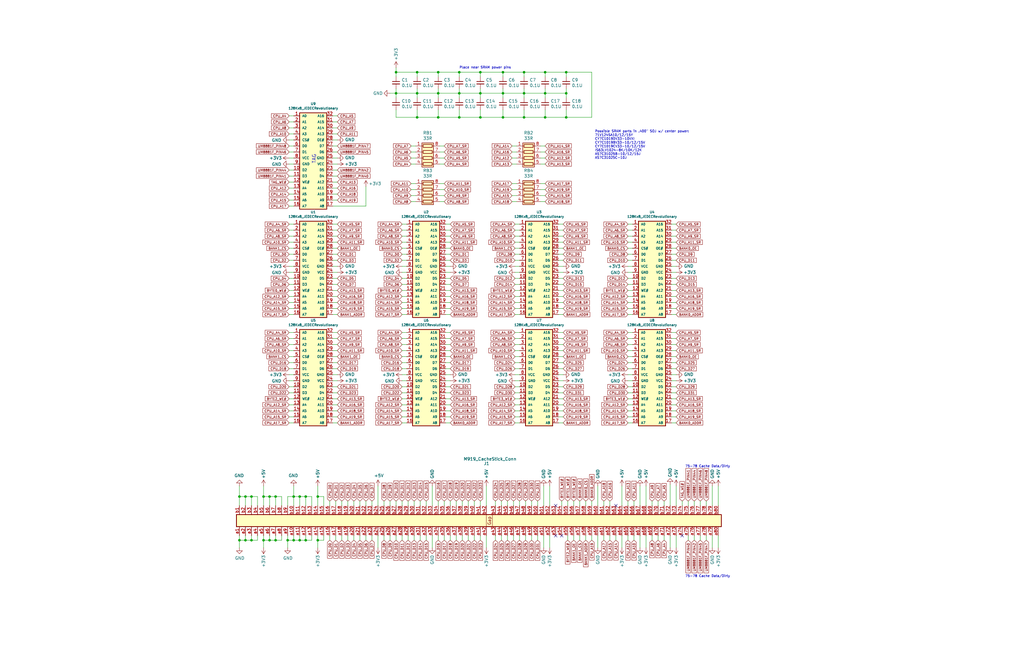
<source format=kicad_sch>
(kicad_sch (version 20211123) (generator eeschema)
  (paper "B")
  (title_block (title "PCChips M919 1MB 3.3V Cache Module v2") (date "2022-01-26") (comment 1 "by PancakePuppy") (comment 2 "(thx to jerryt74332 for his schematic for the 256K module)"))
  (lib_symbols
    (symbol "Device:C_Small" (pin_numbers hide) (pin_names (offset 0.254) hide)
      (property "Reference" "C" (at 0.254 1.778 0))
      (property "Value" "C_Small" (at 0.254 -2.032 0))
      (symbol "C_Small_1_1"
        (pin passive line (at 0 2.54 270) (length 2.032) (name "~") (number "1"))
        (pin passive line (at 0 -2.54 90) (length 2.032) (name "~") (number "2"))
      )
    )
    (symbol "Device:R_Pack04" (pin_names (offset 0) hide)
      (property "Reference" "RN" (at -7.62 0 90))
      (property "Value" "R_Pack04" (at 5.08 0 90))
      (symbol "R_Pack04_1_1"
        (pin passive line (at -5.08 -5.08 90) (length 2.54) (name "R1.1") (number "1"))
        (pin passive line (at -2.54 -5.08 90) (length 2.54) (name "R2.1") (number "2"))
        (pin passive line (at 0 -5.08 90) (length 2.54) (name "R3.1") (number "3"))
        (pin passive line (at 2.54 -5.08 90) (length 2.54) (name "R4.1") (number "4"))
        (pin passive line (at 2.54 5.08 270) (length 2.54) (name "R4.2") (number "5"))
        (pin passive line (at 0 5.08 270) (length 2.54) (name "R3.2") (number "6"))
        (pin passive line (at -2.54 5.08 270) (length 2.54) (name "R2.2") (number "7"))
        (pin passive line (at -5.08 5.08 270) (length 2.54) (name "R1.2") (number "8"))
      )
    )
    (symbol "M919_cache_parts:128Kx8_JEDECRevolutionary" (pin_names (offset 1.016))
      (property "Reference" "U" (at 0 25.4 0))
      (property "Value" "128Kx8_JEDECRevolutionary" (at 0 27.94 0))
      (symbol "128Kx8_JEDECRevolutionary_1_1"
        (pin passive line (at -7.62 22.86 0) (length 2.54) (name "A0") (number "1"))
        (pin passive line (at -7.62 0 0) (length 2.54) (name "D2") (number "10"))
        (pin passive line (at -7.62 -2.54 0) (length 2.54) (name "D3") (number "11"))
        (pin passive line (at -7.62 -5.08 0) (length 2.54) (name "WE#") (number "12"))
        (pin passive line (at -7.62 -7.62 0) (length 2.54) (name "A4") (number "13"))
        (pin passive line (at -7.62 -10.16 0) (length 2.54) (name "A5") (number "14"))
        (pin passive line (at -7.62 -12.7 0) (length 2.54) (name "A6") (number "15"))
        (pin passive line (at -7.62 -15.24 0) (length 2.54) (name "A7") (number "16"))
        (pin passive line (at 8.89 -15.24 180) (length 2.54) (name "A8") (number "17"))
        (pin passive line (at 8.89 -12.7 180) (length 2.54) (name "A9") (number "18"))
        (pin passive line (at 8.89 -10.16 180) (length 2.54) (name "A10") (number "19"))
        (pin passive line (at -7.62 20.32 0) (length 2.54) (name "A1") (number "2"))
        (pin passive line (at 8.89 -7.62 180) (length 2.54) (name "A11") (number "20"))
        (pin passive line (at 8.89 -5.08 180) (length 2.54) (name "A12") (number "21"))
        (pin passive line (at 8.89 -2.54 180) (length 2.54) (name "D4") (number "22"))
        (pin passive line (at 8.89 0 180) (length 2.54) (name "D5") (number "23"))
        (pin passive line (at 8.89 2.54 180) (length 2.54) (name "VCC") (number "24"))
        (pin passive line (at 8.89 5.08 180) (length 2.54) (name "GND") (number "25"))
        (pin passive line (at 8.89 7.62 180) (length 2.54) (name "D6") (number "26"))
        (pin passive line (at 8.89 10.16 180) (length 2.54) (name "D7") (number "27"))
        (pin passive line (at 8.89 12.7 180) (length 2.54) (name "OE#") (number "28"))
        (pin passive line (at 8.89 15.24 180) (length 2.54) (name "A13") (number "29"))
        (pin passive line (at -7.62 17.78 0) (length 2.54) (name "A2") (number "3"))
        (pin passive line (at 8.89 17.78 180) (length 2.54) (name "A14") (number "30"))
        (pin passive line (at 8.89 20.32 180) (length 2.54) (name "A15") (number "31"))
        (pin passive line (at 8.89 22.86 180) (length 2.54) (name "A16") (number "32"))
        (pin passive line (at -7.62 15.24 0) (length 2.54) (name "A3") (number "4"))
        (pin passive line (at -7.62 12.7 0) (length 2.54) (name "CS#") (number "5"))
        (pin passive line (at -7.62 10.16 0) (length 2.54) (name "D0") (number "6"))
        (pin passive line (at -7.62 7.62 0) (length 2.54) (name "D1") (number "7"))
        (pin passive line (at -7.62 5.08 0) (length 2.54) (name "VCC") (number "8"))
        (pin passive line (at -7.62 2.54 0) (length 2.54) (name "GND") (number "9"))
      )
    )
    (symbol "M919_cache_parts:M919_CacheStick_Conn" (pin_names (offset 1.016))
      (property "Reference" "J" (at -1.27 107.95 0))
      (property "Value" "M919_CacheStick_Conn" (at 0 110.49 0))
      (symbol "M919_CacheStick_Conn_0_0"
        (text "Gap" (at 0 0 0) (effects (font (size 1.27 1.27))))
      )
      (symbol "M919_CacheStick_Conn_1_1"
        (pin passive line (at -6.35 105.41 0) (length 3.81) (name "~") (number "a1"))
        (pin passive line (at -6.35 82.55 0) (length 3.81) (name "~") (number "a10"))
        (pin passive line (at -6.35 80.01 0) (length 3.81) (name "~") (number "a11"))
        (pin passive line (at -6.35 77.47 0) (length 3.81) (name "~") (number "a12"))
        (pin passive line (at -6.35 74.93 0) (length 3.81) (name "~") (number "a13"))
        (pin passive line (at -6.35 72.39 0) (length 3.81) (name "~") (number "a14"))
        (pin passive line (at -6.35 69.85 0) (length 3.81) (name "~") (number "a15"))
        (pin passive line (at -6.35 67.31 0) (length 3.81) (name "~") (number "a16"))
        (pin passive line (at -6.35 64.77 0) (length 3.81) (name "~") (number "a17"))
        (pin passive line (at -6.35 62.23 0) (length 3.81) (name "~") (number "a18"))
        (pin passive line (at -6.35 59.69 0) (length 3.81) (name "~") (number "a19"))
        (pin passive line (at -6.35 102.87 0) (length 3.81) (name "~") (number "a2"))
        (pin passive line (at -6.35 57.15 0) (length 3.81) (name "~") (number "a20"))
        (pin passive line (at -6.35 54.61 0) (length 3.81) (name "~") (number "a21"))
        (pin passive line (at -6.35 52.07 0) (length 3.81) (name "~") (number "a22"))
        (pin passive line (at -6.35 49.53 0) (length 3.81) (name "~") (number "a23"))
        (pin passive line (at -6.35 46.99 0) (length 3.81) (name "~") (number "a24"))
        (pin passive line (at -6.35 44.45 0) (length 3.81) (name "~") (number "a25"))
        (pin passive line (at -6.35 41.91 0) (length 3.81) (name "~") (number "a26"))
        (pin passive line (at -6.35 39.37 0) (length 3.81) (name "~") (number "a27"))
        (pin passive line (at -6.35 36.83 0) (length 3.81) (name "~") (number "a28"))
        (pin passive line (at -6.35 34.29 0) (length 3.81) (name "~") (number "a29"))
        (pin passive line (at -6.35 100.33 0) (length 3.81) (name "~") (number "a3"))
        (pin passive line (at -6.35 31.75 0) (length 3.81) (name "~") (number "a30"))
        (pin passive line (at -6.35 29.21 0) (length 3.81) (name "~") (number "a31"))
        (pin passive line (at -6.35 26.67 0) (length 3.81) (name "~") (number "a32"))
        (pin passive line (at -6.35 24.13 0) (length 3.81) (name "~") (number "a33"))
        (pin passive line (at -6.35 21.59 0) (length 3.81) (name "~") (number "a34"))
        (pin passive line (at -6.35 19.05 0) (length 3.81) (name "~") (number "a35"))
        (pin passive line (at -6.35 16.51 0) (length 3.81) (name "~") (number "a36"))
        (pin passive line (at -6.35 13.97 0) (length 3.81) (name "~") (number "a37"))
        (pin passive line (at -6.35 11.43 0) (length 3.81) (name "~") (number "a38"))
        (pin passive line (at -6.35 8.89 0) (length 3.81) (name "~") (number "a39"))
        (pin passive line (at -6.35 97.79 0) (length 3.81) (name "~") (number "a4"))
        (pin passive line (at -6.35 6.35 0) (length 3.81) (name "~") (number "a40"))
        (pin passive line (at -6.35 3.81 0) (length 3.81) (name "~") (number "a41"))
        (pin passive line (at -6.35 1.27 0) (length 3.81) (name "~") (number "a42"))
        (pin passive line (at -6.35 -2.54 0) (length 3.81) (name "~") (number "a43"))
        (pin passive line (at -6.35 -5.08 0) (length 3.81) (name "~") (number "a44"))
        (pin passive line (at -6.35 -7.62 0) (length 3.81) (name "~") (number "a45"))
        (pin passive line (at -6.35 -10.16 0) (length 3.81) (name "~") (number "a46"))
        (pin passive line (at -6.35 -12.7 0) (length 3.81) (name "~") (number "a47"))
        (pin passive line (at -6.35 -15.24 0) (length 3.81) (name "~") (number "a48"))
        (pin passive line (at -6.35 -17.78 0) (length 3.81) (name "~") (number "a49"))
        (pin passive line (at -6.35 95.25 0) (length 3.81) (name "~") (number "a5"))
        (pin passive line (at -6.35 -20.32 0) (length 3.81) (name "~") (number "a50"))
        (pin passive line (at -6.35 -22.86 0) (length 3.81) (name "~") (number "a51"))
        (pin passive line (at -6.35 -25.4 0) (length 3.81) (name "~") (number "a52"))
        (pin passive line (at -6.35 -27.94 0) (length 3.81) (name "~") (number "a53"))
        (pin passive line (at -6.35 -30.48 0) (length 3.81) (name "~") (number "a54"))
        (pin passive line (at -6.35 -33.02 0) (length 3.81) (name "~") (number "a55"))
        (pin passive line (at -6.35 -35.56 0) (length 3.81) (name "~") (number "a56"))
        (pin passive line (at -6.35 -38.1 0) (length 3.81) (name "~") (number "a57"))
        (pin passive line (at -6.35 -40.64 0) (length 3.81) (name "~") (number "a58"))
        (pin passive line (at -6.35 -43.18 0) (length 3.81) (name "~") (number "a59"))
        (pin passive line (at -6.35 92.71 0) (length 3.81) (name "~") (number "a6"))
        (pin passive line (at -6.35 -45.72 0) (length 3.81) (name "~") (number "a60"))
        (pin passive line (at -6.35 -48.26 0) (length 3.81) (name "~") (number "a61"))
        (pin passive line (at -6.35 -50.8 0) (length 3.81) (name "~") (number "a62"))
        (pin passive line (at -6.35 -53.34 0) (length 3.81) (name "~") (number "a63"))
        (pin passive line (at -6.35 -55.88 0) (length 3.81) (name "~") (number "a64"))
        (pin passive line (at -6.35 -58.42 0) (length 3.81) (name "~") (number "a65"))
        (pin passive line (at -6.35 -60.96 0) (length 3.81) (name "~") (number "a66"))
        (pin passive line (at -6.35 -63.5 0) (length 3.81) (name "~") (number "a67"))
        (pin passive line (at -6.35 -66.04 0) (length 3.81) (name "~") (number "a68"))
        (pin passive line (at -6.35 -68.58 0) (length 3.81) (name "~") (number "a69"))
        (pin passive line (at -6.35 90.17 0) (length 3.81) (name "~") (number "a7"))
        (pin passive line (at -6.35 -71.12 0) (length 3.81) (name "~") (number "a70"))
        (pin passive line (at -6.35 -73.66 0) (length 3.81) (name "~") (number "a71"))
        (pin passive line (at -6.35 -76.2 0) (length 3.81) (name "~") (number "a72"))
        (pin passive line (at -6.35 -78.74 0) (length 3.81) (name "~") (number "a73"))
        (pin passive line (at -6.35 -81.28 0) (length 3.81) (name "~") (number "a74"))
        (pin passive line (at -6.35 -83.82 0) (length 3.81) (name "~") (number "a75"))
        (pin passive line (at -6.35 -86.36 0) (length 3.81) (name "~") (number "a76"))
        (pin passive line (at -6.35 -88.9 0) (length 3.81) (name "~") (number "a77"))
        (pin passive line (at -6.35 -91.44 0) (length 3.81) (name "~") (number "a78"))
        (pin passive line (at -6.35 -93.98 0) (length 3.81) (name "~") (number "a79"))
        (pin passive line (at -6.35 87.63 0) (length 3.81) (name "~") (number "a8"))
        (pin passive line (at -6.35 -96.52 0) (length 3.81) (name "~") (number "a80"))
        (pin passive line (at -6.35 85.09 0) (length 3.81) (name "~") (number "a9"))
        (pin passive line (at 6.35 105.41 180) (length 3.81) (name "~") (number "b1"))
        (pin passive line (at 6.35 82.55 180) (length 3.81) (name "~") (number "b10"))
        (pin passive line (at 6.35 80.01 180) (length 3.81) (name "~") (number "b11"))
        (pin passive line (at 6.35 77.47 180) (length 3.81) (name "~") (number "b12"))
        (pin passive line (at 6.35 74.93 180) (length 3.81) (name "~") (number "b13"))
        (pin passive line (at 6.35 72.39 180) (length 3.81) (name "~") (number "b14"))
        (pin passive line (at 6.35 69.85 180) (length 3.81) (name "~") (number "b15"))
        (pin passive line (at 6.35 67.31 180) (length 3.81) (name "~") (number "b16"))
        (pin passive line (at 6.35 64.77 180) (length 3.81) (name "~") (number "b17"))
        (pin passive line (at 6.35 62.23 180) (length 3.81) (name "~") (number "b18"))
        (pin passive line (at 6.35 59.69 180) (length 3.81) (name "~") (number "b19"))
        (pin passive line (at 6.35 102.87 180) (length 3.81) (name "~") (number "b2"))
        (pin passive line (at 6.35 57.15 180) (length 3.81) (name "~") (number "b20"))
        (pin passive line (at 6.35 54.61 180) (length 3.81) (name "~") (number "b21"))
        (pin passive line (at 6.35 52.07 180) (length 3.81) (name "~") (number "b22"))
        (pin passive line (at 6.35 49.53 180) (length 3.81) (name "~") (number "b23"))
        (pin passive line (at 6.35 46.99 180) (length 3.81) (name "~") (number "b24"))
        (pin passive line (at 6.35 44.45 180) (length 3.81) (name "~") (number "b25"))
        (pin passive line (at 6.35 41.91 180) (length 3.81) (name "~") (number "b26"))
        (pin passive line (at 6.35 39.37 180) (length 3.81) (name "~") (number "b27"))
        (pin passive line (at 6.35 36.83 180) (length 3.81) (name "~") (number "b28"))
        (pin passive line (at 6.35 34.29 180) (length 3.81) (name "~") (number "b29"))
        (pin passive line (at 6.35 100.33 180) (length 3.81) (name "~") (number "b3"))
        (pin passive line (at 6.35 31.75 180) (length 3.81) (name "~") (number "b30"))
        (pin passive line (at 6.35 29.21 180) (length 3.81) (name "~") (number "b31"))
        (pin passive line (at 6.35 26.67 180) (length 3.81) (name "~") (number "b32"))
        (pin passive line (at 6.35 24.13 180) (length 3.81) (name "~") (number "b33"))
        (pin passive line (at 6.35 21.59 180) (length 3.81) (name "~") (number "b34"))
        (pin passive line (at 6.35 19.05 180) (length 3.81) (name "~") (number "b35"))
        (pin passive line (at 6.35 16.51 180) (length 3.81) (name "~") (number "b36"))
        (pin passive line (at 6.35 13.97 180) (length 3.81) (name "~") (number "b37"))
        (pin passive line (at 6.35 11.43 180) (length 3.81) (name "~") (number "b38"))
        (pin passive line (at 6.35 8.89 180) (length 3.81) (name "~") (number "b39"))
        (pin passive line (at 6.35 97.79 180) (length 3.81) (name "~") (number "b4"))
        (pin passive line (at 6.35 6.35 180) (length 3.81) (name "~") (number "b40"))
        (pin passive line (at 6.35 3.81 180) (length 3.81) (name "~") (number "b41"))
        (pin passive line (at 6.35 1.27 180) (length 3.81) (name "~") (number "b42"))
        (pin passive line (at 6.35 -2.54 180) (length 3.81) (name "~") (number "b43"))
        (pin passive line (at 6.35 -5.08 180) (length 3.81) (name "~") (number "b44"))
        (pin passive line (at 6.35 -7.62 180) (length 3.81) (name "~") (number "b45"))
        (pin passive line (at 6.35 -10.16 180) (length 3.81) (name "~") (number "b46"))
        (pin passive line (at 6.35 -12.7 180) (length 3.81) (name "~") (number "b47"))
        (pin passive line (at 6.35 -15.24 180) (length 3.81) (name "~") (number "b48"))
        (pin passive line (at 6.35 -17.78 180) (length 3.81) (name "~") (number "b49"))
        (pin passive line (at 6.35 95.25 180) (length 3.81) (name "~") (number "b5"))
        (pin passive line (at 6.35 -20.32 180) (length 3.81) (name "~") (number "b50"))
        (pin passive line (at 6.35 -22.86 180) (length 3.81) (name "~") (number "b51"))
        (pin passive line (at 6.35 -25.4 180) (length 3.81) (name "~") (number "b52"))
        (pin passive line (at 6.35 -27.94 180) (length 3.81) (name "~") (number "b53"))
        (pin passive line (at 6.35 -30.48 180) (length 3.81) (name "~") (number "b54"))
        (pin passive line (at 6.35 -33.02 180) (length 3.81) (name "~") (number "b55"))
        (pin passive line (at 6.35 -35.56 180) (length 3.81) (name "~") (number "b56"))
        (pin passive line (at 6.35 -38.1 180) (length 3.81) (name "~") (number "b57"))
        (pin passive line (at 6.35 -40.64 180) (length 3.81) (name "~") (number "b58"))
        (pin passive line (at 6.35 -43.18 180) (length 3.81) (name "~") (number "b59"))
        (pin passive line (at 6.35 92.71 180) (length 3.81) (name "~") (number "b6"))
        (pin passive line (at 6.35 -45.72 180) (length 3.81) (name "~") (number "b60"))
        (pin passive line (at 6.35 -48.26 180) (length 3.81) (name "~") (number "b61"))
        (pin passive line (at 6.35 -50.8 180) (length 3.81) (name "~") (number "b62"))
        (pin passive line (at 6.35 -53.34 180) (length 3.81) (name "~") (number "b63"))
        (pin passive line (at 6.35 -55.88 180) (length 3.81) (name "~") (number "b64"))
        (pin passive line (at 6.35 -58.42 180) (length 3.81) (name "~") (number "b65"))
        (pin passive line (at 6.35 -60.96 180) (length 3.81) (name "~") (number "b66"))
        (pin passive line (at 6.35 -63.5 180) (length 3.81) (name "~") (number "b67"))
        (pin passive line (at 6.35 -66.04 180) (length 3.81) (name "~") (number "b68"))
        (pin passive line (at 6.35 -68.58 180) (length 3.81) (name "~") (number "b69"))
        (pin passive line (at 6.35 90.17 180) (length 3.81) (name "~") (number "b7"))
        (pin passive line (at 6.35 -71.12 180) (length 3.81) (name "~") (number "b70"))
        (pin passive line (at 6.35 -73.66 180) (length 3.81) (name "~") (number "b71"))
        (pin passive line (at 6.35 -76.2 180) (length 3.81) (name "~") (number "b72"))
        (pin passive line (at 6.35 -78.74 180) (length 3.81) (name "~") (number "b73"))
        (pin passive line (at 6.35 -81.28 180) (length 3.81) (name "~") (number "b74"))
        (pin passive line (at 6.35 -83.82 180) (length 3.81) (name "~") (number "b75"))
        (pin passive line (at 6.35 -86.36 180) (length 3.81) (name "~") (number "b76"))
        (pin passive line (at 6.35 -88.9 180) (length 3.81) (name "~") (number "b77"))
        (pin passive line (at 6.35 -91.44 180) (length 3.81) (name "~") (number "b78"))
        (pin passive line (at 6.35 -93.98 180) (length 3.81) (name "~") (number "b79"))
        (pin passive line (at 6.35 87.63 180) (length 3.81) (name "~") (number "b8"))
        (pin passive line (at 6.35 -96.52 180) (length 3.81) (name "~") (number "b80"))
        (pin passive line (at 6.35 85.09 180) (length 3.81) (name "~") (number "b9"))
      )
    )
    (symbol "power:+3.3V" (power) (pin_names (offset 0))
      (property "Value" "+3.3V" (at 0 3.556 0))
      (symbol "+3.3V_1_1"
        (pin power_in line (at 0 0 90) (length 0) hide (name "+3V3") (number "1"))
      )
    )
    (symbol "power:+5V" (power) (pin_names (offset 0))
      (property "Value" "+5V" (at 0 3.556 0))
      (symbol "+5V_1_1"
        (pin power_in line (at 0 0 90) (length 0) hide (name "+5V") (number "1"))
      )
    )
    (symbol "power:GND" (power) (pin_names (offset 0))
      (property "Value" "GND" (at 0 -3.81 0))
      (symbol "GND_1_1"
        (pin power_in line (at 0 0 270) (length 0) hide (name "GND") (number "1"))
      )
    )
  )
  (junction (at 116.205 209.55))
  (junction (at 167.005 39.37))
  (junction (at 100.965 209.55))
  (junction (at 202.565 49.53))
  (junction (at 126.365 209.55))
  (junction (at 238.76 39.37))
  (junction (at 193.675 39.37))
  (junction (at 100.965 227.965))
  (junction (at 238.76 30.48))
  (junction (at 126.365 227.965))
  (junction (at 184.785 39.37))
  (junction (at 220.98 39.37))
  (junction (at 103.505 227.965))
  (junction (at 212.09 30.48))
  (junction (at 202.565 30.48))
  (junction (at 111.125 227.965))
  (junction (at 229.87 49.53))
  (junction (at 220.98 30.48))
  (junction (at 128.905 209.55))
  (junction (at 128.905 227.965))
  (junction (at 229.87 39.37))
  (junction (at 202.565 39.37))
  (junction (at 238.76 49.53))
  (junction (at 193.675 30.48))
  (junction (at 212.09 49.53))
  (junction (at 106.045 227.965))
  (junction (at 133.985 209.55))
  (junction (at 175.895 30.48))
  (junction (at 175.895 49.53))
  (junction (at 116.205 227.965))
  (junction (at 175.895 39.37))
  (junction (at 106.045 209.55))
  (junction (at 193.675 49.53))
  (junction (at 133.985 227.965))
  (junction (at 167.005 30.48))
  (junction (at 121.285 227.965))
  (junction (at 212.09 39.37))
  (junction (at 113.665 209.55))
  (junction (at 103.505 209.55))
  (junction (at 220.98 49.53))
  (junction (at 123.825 227.965))
  (junction (at 184.785 49.53))
  (junction (at 111.125 209.55))
  (junction (at 184.785 30.48))
  (junction (at 123.825 209.55))
  (junction (at 229.87 30.48))
  (junction (at 113.665 227.965))
  (no_connect (at 234.315 213.36))
  (no_connect (at 287.655 226.06))
  (no_connect (at 234.315 226.06))
  (no_connect (at 259.715 213.36))
  (no_connect (at 236.855 226.06))
  (wire (pts (xy 121.92 84.455) (xy 123.825 84.455)))
  (wire (pts (xy 216.535 211.455) (xy 216.535 213.36)))
  (wire (pts (xy 213.995 211.455) (xy 213.995 213.36)))
  (wire (pts (xy 283.21 122.555) (xy 285.115 122.555)))
  (wire (pts (xy 142.24 120.015) (xy 140.335 120.015)))
  (wire (pts (xy 187.96 165.735) (xy 189.865 165.735)))
  (wire (pts (xy 159.385 205.105) (xy 159.385 213.36)))
  (wire (pts (xy 192.405 213.36) (xy 192.405 211.455)))
  (wire (pts (xy 252.095 226.06) (xy 252.095 231.14)))
  (wire (pts (xy 184.785 39.37) (xy 175.895 39.37)))
  (wire (pts (xy 187.96 94.615) (xy 189.865 94.615)))
  (wire (pts (xy 264.795 114.935) (xy 266.7 114.935)))
  (wire (pts (xy 121.92 153.035) (xy 123.825 153.035)))
  (wire (pts (xy 184.785 30.48) (xy 175.895 30.48)))
  (wire (pts (xy 151.765 211.455) (xy 151.765 213.36)))
  (wire (pts (xy 238.76 41.275) (xy 238.76 39.37)))
  (wire (pts (xy 235.585 145.415) (xy 237.49 145.415)))
  (wire (pts (xy 212.09 37.465) (xy 212.09 39.37)))
  (wire (pts (xy 197.485 227.965) (xy 197.485 226.06)))
  (wire (pts (xy 220.98 49.53) (xy 229.87 49.53)))
  (wire (pts (xy 140.335 61.595) (xy 142.24 61.595)))
  (wire (pts (xy 220.98 46.355) (xy 220.98 49.53)))
  (wire (pts (xy 169.545 102.235) (xy 171.45 102.235)))
  (wire (pts (xy 235.585 104.775) (xy 237.49 104.775)))
  (wire (pts (xy 283.21 153.035) (xy 285.115 153.035)))
  (wire (pts (xy 189.865 213.36) (xy 189.865 211.455)))
  (wire (pts (xy 123.825 213.36) (xy 123.825 209.55)))
  (wire (pts (xy 283.21 94.615) (xy 285.115 94.615)))
  (wire (pts (xy 177.165 227.965) (xy 177.165 226.06)))
  (wire (pts (xy 121.285 213.36) (xy 121.285 209.55)))
  (wire (pts (xy 283.21 117.475) (xy 285.115 117.475)))
  (wire (pts (xy 187.96 132.715) (xy 189.865 132.715)))
  (wire (pts (xy 193.675 49.53) (xy 202.565 49.53)))
  (wire (pts (xy 212.09 41.275) (xy 212.09 39.37)))
  (wire (pts (xy 283.21 173.355) (xy 285.115 173.355)))
  (wire (pts (xy 118.745 227.965) (xy 116.205 227.965)))
  (wire (pts (xy 172.085 227.965) (xy 172.085 226.06)))
  (wire (pts (xy 100.965 213.36) (xy 100.965 209.55)))
  (wire (pts (xy 290.195 211.455) (xy 290.195 213.36)))
  (wire (pts (xy 235.585 155.575) (xy 237.49 155.575)))
  (wire (pts (xy 212.09 49.53) (xy 220.98 49.53)))
  (wire (pts (xy 121.92 66.675) (xy 123.825 66.675)))
  (wire (pts (xy 169.545 168.275) (xy 171.45 168.275)))
  (wire (pts (xy 128.905 226.06) (xy 128.905 227.965)))
  (wire (pts (xy 262.255 205.105) (xy 262.255 213.36)))
  (wire (pts (xy 282.575 204.47) (xy 282.575 213.36)))
  (wire (pts (xy 140.335 64.135) (xy 142.24 64.135)))
  (wire (pts (xy 169.545 227.965) (xy 169.545 226.06)))
  (wire (pts (xy 241.935 227.965) (xy 241.935 226.06)))
  (wire (pts (xy 167.005 39.37) (xy 167.005 37.465)))
  (wire (pts (xy 140.335 125.095) (xy 142.24 125.095)))
  (wire (pts (xy 290.195 227.965) (xy 290.195 226.06)))
  (wire (pts (xy 174.625 211.455) (xy 174.625 213.36)))
  (wire (pts (xy 128.905 227.965) (xy 126.365 227.965)))
  (wire (pts (xy 249.555 30.48) (xy 238.76 30.48)))
  (wire (pts (xy 202.565 49.53) (xy 212.09 49.53)))
  (wire (pts (xy 217.17 122.555) (xy 219.075 122.555)))
  (wire (pts (xy 217.17 109.855) (xy 219.075 109.855)))
  (wire (pts (xy 121.92 160.655) (xy 123.825 160.655)))
  (wire (pts (xy 140.335 56.515) (xy 142.24 56.515)))
  (wire (pts (xy 169.545 104.775) (xy 171.45 104.775)))
  (wire (pts (xy 217.17 155.575) (xy 219.075 155.575)))
  (wire (pts (xy 227.965 82.55) (xy 229.87 82.55)))
  (wire (pts (xy 272.415 226.06) (xy 272.415 231.14)))
  (wire (pts (xy 140.335 81.915) (xy 142.24 81.915)))
  (wire (pts (xy 283.21 132.715) (xy 285.115 132.715)))
  (wire (pts (xy 121.92 99.695) (xy 123.825 99.695)))
  (wire (pts (xy 283.21 112.395) (xy 285.115 112.395)))
  (wire (pts (xy 187.96 117.475) (xy 189.865 117.475)))
  (wire (pts (xy 187.96 158.115) (xy 189.865 158.115)))
  (wire (pts (xy 219.075 211.455) (xy 219.075 213.36)))
  (wire (pts (xy 264.795 178.435) (xy 266.7 178.435)))
  (wire (pts (xy 133.985 209.55) (xy 133.985 205.105)))
  (wire (pts (xy 247.015 227.965) (xy 247.015 226.06)))
  (wire (pts (xy 235.585 102.235) (xy 237.49 102.235)))
  (wire (pts (xy 187.96 102.235) (xy 189.865 102.235)))
  (wire (pts (xy 169.545 107.315) (xy 171.45 107.315)))
  (wire (pts (xy 292.735 227.965) (xy 292.735 226.06)))
  (wire (pts (xy 121.92 48.895) (xy 123.825 48.895)))
  (wire (pts (xy 140.335 140.335) (xy 142.24 140.335)))
  (wire (pts (xy 235.585 150.495) (xy 237.49 150.495)))
  (wire (pts (xy 229.87 30.48) (xy 229.87 32.385)))
  (wire (pts (xy 103.505 227.965) (xy 100.965 227.965)))
  (wire (pts (xy 167.005 227.965) (xy 167.005 226.06)))
  (wire (pts (xy 187.325 227.965) (xy 187.325 226.06)))
  (wire (pts (xy 217.17 127.635) (xy 219.075 127.635)))
  (wire (pts (xy 142.24 59.055) (xy 140.335 59.055)))
  (wire (pts (xy 142.24 69.215) (xy 140.335 69.215)))
  (wire (pts (xy 113.665 226.06) (xy 113.665 227.965)))
  (wire (pts (xy 159.385 226.06) (xy 159.385 231.14)))
  (wire (pts (xy 121.285 209.55) (xy 123.825 209.55)))
  (wire (pts (xy 116.205 226.06) (xy 116.205 227.965)))
  (wire (pts (xy 229.87 46.355) (xy 229.87 49.53)))
  (wire (pts (xy 202.565 30.48) (xy 212.09 30.48)))
  (wire (pts (xy 235.585 109.855) (xy 237.49 109.855)))
  (wire (pts (xy 269.875 226.06) (xy 269.875 231.14)))
  (wire (pts (xy 133.985 227.965) (xy 133.985 231.14)))
  (wire (pts (xy 121.285 227.965) (xy 123.825 227.965)))
  (wire (pts (xy 241.935 213.36) (xy 241.935 211.455)))
  (wire (pts (xy 283.21 178.435) (xy 285.115 178.435)))
  (wire (pts (xy 140.335 145.415) (xy 142.24 145.415)))
  (wire (pts (xy 140.335 142.875) (xy 142.24 142.875)))
  (wire (pts (xy 215.9 69.215) (xy 217.805 69.215)))
  (wire (pts (xy 231.775 226.06) (xy 231.775 231.14)))
  (wire (pts (xy 235.585 94.615) (xy 237.49 94.615)))
  (wire (pts (xy 187.96 175.895) (xy 189.865 175.895)))
  (wire (pts (xy 235.585 125.095) (xy 237.49 125.095)))
  (wire (pts (xy 197.485 213.36) (xy 197.485 211.455)))
  (wire (pts (xy 229.87 49.53) (xy 238.76 49.53)))
  (wire (pts (xy 187.96 125.095) (xy 189.865 125.095)))
  (wire (pts (xy 274.955 226.06) (xy 274.955 227.965)))
  (wire (pts (xy 264.795 117.475) (xy 266.7 117.475)))
  (wire (pts (xy 227.965 66.675) (xy 229.87 66.675)))
  (wire (pts (xy 140.335 168.275) (xy 142.24 168.275)))
  (wire (pts (xy 254.635 211.455) (xy 254.635 213.36)))
  (wire (pts (xy 227.965 64.135) (xy 229.87 64.135)))
  (wire (pts (xy 103.505 213.36) (xy 103.505 209.55)))
  (wire (pts (xy 118.745 226.06) (xy 118.745 227.965)))
  (wire (pts (xy 169.545 109.855) (xy 171.45 109.855)))
  (wire (pts (xy 215.9 77.47) (xy 217.805 77.47)))
  (wire (pts (xy 187.96 130.175) (xy 189.865 130.175)))
  (wire (pts (xy 235.585 142.875) (xy 237.49 142.875)))
  (wire (pts (xy 235.585 165.735) (xy 237.49 165.735)))
  (wire (pts (xy 140.335 84.455) (xy 142.24 84.455)))
  (wire (pts (xy 280.035 211.455) (xy 280.035 213.36)))
  (wire (pts (xy 236.855 211.455) (xy 236.855 213.36)))
  (wire (pts (xy 264.795 130.175) (xy 266.7 130.175)))
  (wire (pts (xy 169.545 170.815) (xy 171.45 170.815)))
  (wire (pts (xy 140.335 147.955) (xy 142.24 147.955)))
  (wire (pts (xy 140.335 175.895) (xy 142.24 175.895)))
  (wire (pts (xy 167.005 41.275) (xy 167.005 39.37)))
  (wire (pts (xy 262.255 226.06) (xy 262.255 231.14)))
  (wire (pts (xy 187.96 142.875) (xy 189.865 142.875)))
  (wire (pts (xy 169.545 155.575) (xy 171.45 155.575)))
  (wire (pts (xy 193.675 39.37) (xy 193.675 41.275)))
  (wire (pts (xy 215.9 64.135) (xy 217.805 64.135)))
  (wire (pts (xy 217.17 147.955) (xy 219.075 147.955)))
  (wire (pts (xy 140.335 130.175) (xy 142.24 130.175)))
  (wire (pts (xy 111.125 227.965) (xy 111.125 226.06)))
  (wire (pts (xy 136.525 227.965) (xy 133.985 227.965)))
  (wire (pts (xy 235.585 122.555) (xy 237.49 122.555)))
  (wire (pts (xy 283.21 109.855) (xy 285.115 109.855)))
  (wire (pts (xy 121.92 127.635) (xy 123.825 127.635)))
  (wire (pts (xy 187.96 120.015) (xy 189.865 120.015)))
  (wire (pts (xy 193.675 39.37) (xy 184.785 39.37)))
  (wire (pts (xy 121.92 107.315) (xy 123.825 107.315)))
  (wire (pts (xy 156.845 211.455) (xy 156.845 213.36)))
  (wire (pts (xy 264.795 173.355) (xy 266.7 173.355)))
  (wire (pts (xy 187.96 163.195) (xy 189.865 163.195)))
  (wire (pts (xy 235.585 120.015) (xy 237.49 120.015)))
  (wire (pts (xy 219.075 227.965) (xy 219.075 226.06)))
  (wire (pts (xy 224.155 227.965) (xy 224.155 226.06)))
  (wire (pts (xy 235.585 127.635) (xy 237.49 127.635)))
  (wire (pts (xy 121.92 79.375) (xy 123.825 79.375)))
  (wire (pts (xy 121.92 175.895) (xy 123.825 175.895)))
  (wire (pts (xy 111.125 209.55) (xy 111.125 205.105)))
  (wire (pts (xy 220.98 30.48) (xy 229.87 30.48)))
  (wire (pts (xy 264.795 140.335) (xy 266.7 140.335)))
  (wire (pts (xy 224.155 211.455) (xy 224.155 213.36)))
  (wire (pts (xy 121.92 71.755) (xy 123.825 71.755)))
  (wire (pts (xy 238.76 49.53) (xy 249.555 49.53)))
  (wire (pts (xy 140.335 76.835) (xy 142.24 76.835)))
  (wire (pts (xy 235.585 99.695) (xy 237.49 99.695)))
  (wire (pts (xy 229.235 205.105) (xy 229.235 213.36)))
  (wire (pts (xy 216.535 227.965) (xy 216.535 226.06)))
  (wire (pts (xy 167.005 49.53) (xy 175.895 49.53)))
  (wire (pts (xy 169.545 147.955) (xy 171.45 147.955)))
  (wire (pts (xy 217.17 178.435) (xy 219.075 178.435)))
  (wire (pts (xy 302.895 226.06) (xy 302.895 231.14)))
  (wire (pts (xy 205.105 205.105) (xy 205.105 213.36)))
  (wire (pts (xy 118.745 209.55) (xy 116.205 209.55)))
  (wire (pts (xy 264.795 127.635) (xy 266.7 127.635)))
  (wire (pts (xy 212.09 46.355) (xy 212.09 49.53)))
  (wire (pts (xy 175.895 30.48) (xy 167.005 30.48)))
  (wire (pts (xy 121.285 231.14) (xy 121.285 227.965)))
  (wire (pts (xy 140.335 51.435) (xy 142.24 51.435)))
  (wire (pts (xy 175.895 37.465) (xy 175.895 39.37)))
  (wire (pts (xy 235.585 132.715) (xy 237.49 132.715)))
  (wire (pts (xy 141.605 227.965) (xy 141.605 226.06)))
  (wire (pts (xy 140.335 53.975) (xy 142.24 53.975)))
  (wire (pts (xy 164.465 211.455) (xy 164.465 213.36)))
  (wire (pts (xy 193.675 30.48) (xy 193.675 32.385)))
  (wire (pts (xy 139.065 226.06) (xy 139.065 227.965)))
  (wire (pts (xy 144.145 211.455) (xy 144.145 213.36)))
  (wire (pts (xy 142.24 112.395) (xy 140.335 112.395)))
  (wire (pts (xy 121.92 147.955) (xy 123.825 147.955)))
  (wire (pts (xy 169.545 132.715) (xy 171.45 132.715)))
  (wire (pts (xy 252.095 205.105) (xy 252.095 213.36)))
  (wire (pts (xy 283.21 175.895) (xy 285.115 175.895)))
  (wire (pts (xy 121.285 227.965) (xy 121.285 226.06)))
  (wire (pts (xy 257.175 227.965) (xy 257.175 226.06)))
  (wire (pts (xy 116.205 227.965) (xy 113.665 227.965)))
  (wire (pts (xy 169.545 117.475) (xy 171.45 117.475)))
  (wire (pts (xy 133.985 213.36) (xy 133.985 209.55)))
  (wire (pts (xy 169.545 140.335) (xy 171.45 140.335)))
  (wire (pts (xy 264.795 104.775) (xy 266.7 104.775)))
  (wire (pts (xy 169.545 211.455) (xy 169.545 213.36)))
  (wire (pts (xy 123.825 114.935) (xy 121.92 114.935)))
  (wire (pts (xy 100.965 205.105) (xy 100.965 209.55)))
  (wire (pts (xy 226.695 211.455) (xy 226.695 213.36)))
  (wire (pts (xy 238.76 39.37) (xy 229.87 39.37)))
  (wire (pts (xy 282.575 226.06) (xy 282.575 231.14)))
  (wire (pts (xy 235.585 168.275) (xy 237.49 168.275)))
  (wire (pts (xy 142.24 109.855) (xy 140.335 109.855)))
  (wire (pts (xy 121.92 104.775) (xy 123.825 104.775)))
  (wire (pts (xy 266.7 158.115) (xy 264.795 158.115)))
  (wire (pts (xy 173.355 69.215) (xy 175.26 69.215)))
  (wire (pts (xy 283.21 165.735) (xy 285.115 165.735)))
  (wire (pts (xy 136.525 226.06) (xy 136.525 227.965)))
  (wire (pts (xy 123.825 209.55) (xy 123.825 205.105)))
  (wire (pts (xy 140.335 127.635) (xy 142.24 127.635)))
  (wire (pts (xy 169.545 99.695) (xy 171.45 99.695)))
  (wire (pts (xy 274.955 211.455) (xy 274.955 213.36)))
  (wire (pts (xy 108.585 209.55) (xy 106.045 209.55)))
  (wire (pts (xy 217.17 173.355) (xy 219.075 173.355)))
  (wire (pts (xy 229.87 37.465) (xy 229.87 39.37)))
  (wire (pts (xy 217.17 132.715) (xy 219.075 132.715)))
  (wire (pts (xy 187.96 145.415) (xy 189.865 145.415)))
  (wire (pts (xy 217.17 130.175) (xy 219.075 130.175)))
  (wire (pts (xy 295.275 211.455) (xy 295.275 213.36)))
  (wire (pts (xy 121.92 155.575) (xy 123.825 155.575)))
  (wire (pts (xy 123.825 227.965) (xy 123.825 226.06)))
  (wire (pts (xy 113.665 209.55) (xy 111.125 209.55)))
  (wire (pts (xy 133.985 226.06) (xy 133.985 227.965)))
  (wire (pts (xy 283.21 145.415) (xy 285.115 145.415)))
  (wire (pts (xy 126.365 227.965) (xy 123.825 227.965)))
  (wire (pts (xy 217.17 140.335) (xy 219.075 140.335)))
  (wire (pts (xy 193.675 46.355) (xy 193.675 49.53)))
  (wire (pts (xy 192.405 227.965) (xy 192.405 226.06)))
  (wire (pts (xy 257.175 211.455) (xy 257.175 213.36)))
  (wire (pts (xy 179.705 226.06) (xy 179.705 227.965)))
  (wire (pts (xy 187.96 104.775) (xy 189.865 104.775)))
  (wire (pts (xy 116.205 209.55) (xy 113.665 209.55)))
  (wire (pts (xy 184.785 30.48) (xy 193.675 30.48)))
  (wire (pts (xy 200.025 227.965) (xy 200.025 226.06)))
  (wire (pts (xy 217.17 168.275) (xy 219.075 168.275)))
  (wire (pts (xy 283.21 160.655) (xy 285.115 160.655)))
  (wire (pts (xy 215.9 82.55) (xy 217.805 82.55)))
  (wire (pts (xy 247.015 211.455) (xy 247.015 213.36)))
  (wire (pts (xy 283.21 142.875) (xy 285.115 142.875)))
  (wire (pts (xy 215.9 85.09) (xy 217.805 85.09)))
  (wire (pts (xy 187.96 127.635) (xy 189.865 127.635)))
  (wire (pts (xy 264.795 97.155) (xy 266.7 97.155)))
  (wire (pts (xy 202.565 39.37) (xy 202.565 41.275)))
  (wire (pts (xy 118.745 213.36) (xy 118.745 209.55)))
  (wire (pts (xy 283.21 155.575) (xy 285.115 155.575)))
  (wire (pts (xy 169.545 130.175) (xy 171.45 130.175)))
  (wire (pts (xy 227.965 61.595) (xy 229.87 61.595)))
  (wire (pts (xy 175.895 46.355) (xy 175.895 49.53)))
  (wire (pts (xy 217.17 117.475) (xy 219.075 117.475)))
  (wire (pts (xy 128.905 209.55) (xy 126.365 209.55)))
  (wire (pts (xy 142.24 117.475) (xy 140.335 117.475)))
  (wire (pts (xy 140.335 132.715) (xy 142.24 132.715)))
  (wire (pts (xy 283.21 130.175) (xy 285.115 130.175)))
  (wire (pts (xy 235.585 163.195) (xy 237.49 163.195)))
  (wire (pts (xy 123.825 145.415) (xy 121.92 145.415)))
  (wire (pts (xy 283.21 150.495) (xy 285.115 150.495)))
  (wire (pts (xy 239.395 227.965) (xy 239.395 226.06)))
  (wire (pts (xy 146.685 227.965) (xy 146.685 226.06)))
  (wire (pts (xy 167.005 30.48) (xy 167.005 32.385)))
  (wire (pts (xy 182.245 205.105) (xy 182.245 213.36)))
  (wire (pts (xy 235.585 114.935) (xy 237.49 114.935)))
  (wire (pts (xy 264.795 168.275) (xy 266.7 168.275)))
  (wire (pts (xy 187.96 178.435) (xy 189.865 178.435)))
  (wire (pts (xy 142.24 104.775) (xy 140.335 104.775)))
  (wire (pts (xy 167.005 46.355) (xy 167.005 49.53)))
  (wire (pts (xy 187.96 140.335) (xy 189.865 140.335)))
  (wire (pts (xy 215.9 61.595) (xy 217.805 61.595)))
  (wire (pts (xy 277.495 211.455) (xy 277.495 213.36)))
  (wire (pts (xy 187.96 109.855) (xy 189.865 109.855)))
  (wire (pts (xy 264.795 147.955) (xy 266.7 147.955)))
  (wire (pts (xy 136.525 209.55) (xy 133.985 209.55)))
  (wire (pts (xy 185.42 64.135) (xy 187.325 64.135)))
  (wire (pts (xy 121.92 117.475) (xy 123.825 117.475)))
  (wire (pts (xy 121.92 53.975) (xy 123.825 53.975)))
  (wire (pts (xy 187.96 97.155) (xy 189.865 97.155)))
  (wire (pts (xy 106.045 209.55) (xy 103.505 209.55)))
  (wire (pts (xy 235.585 107.315) (xy 237.49 107.315)))
  (wire (pts (xy 217.17 160.655) (xy 219.075 160.655)))
  (wire (pts (xy 285.115 205.105) (xy 285.115 213.36)))
  (wire (pts (xy 212.09 30.48) (xy 220.98 30.48)))
  (wire (pts (xy 184.785 213.36) (xy 184.785 211.455)))
  (wire (pts (xy 169.545 114.935) (xy 171.45 114.935)))
  (wire (pts (xy 229.87 30.48) (xy 238.76 30.48)))
  (wire (pts (xy 264.795 142.875) (xy 266.7 142.875)))
  (wire (pts (xy 283.21 127.635) (xy 285.115 127.635)))
  (wire (pts (xy 169.545 163.195) (xy 171.45 163.195)))
  (wire (pts (xy 140.335 178.435) (xy 142.24 178.435)))
  (wire (pts (xy 264.795 155.575) (xy 266.7 155.575)))
  (wire (pts (xy 185.42 77.47) (xy 187.325 77.47)))
  (wire (pts (xy 173.355 82.55) (xy 175.26 82.55)))
  (wire (pts (xy 154.305 227.965) (xy 154.305 226.06)))
  (wire (pts (xy 177.165 211.455) (xy 177.165 213.36)))
  (wire (pts (xy 106.045 227.965) (xy 103.505 227.965)))
  (wire (pts (xy 169.545 112.395) (xy 171.45 112.395)))
  (wire (pts (xy 113.665 227.965) (xy 111.125 227.965)))
  (wire (pts (xy 193.675 37.465) (xy 193.675 39.37)))
  (wire (pts (xy 217.17 107.315) (xy 219.075 107.315)))
  (wire (pts (xy 169.545 145.415) (xy 171.45 145.415)))
  (wire (pts (xy 140.335 71.755) (xy 142.24 71.755)))
  (wire (pts (xy 113.665 213.36) (xy 113.665 209.55)))
  (wire (pts (xy 213.995 227.965) (xy 213.995 226.06)))
  (wire (pts (xy 111.125 231.14) (xy 111.125 227.965)))
  (wire (pts (xy 164.465 227.965) (xy 164.465 226.06)))
  (wire (pts (xy 175.895 32.385) (xy 175.895 30.48)))
  (wire (pts (xy 205.105 226.06) (xy 205.105 231.14)))
  (wire (pts (xy 161.925 211.455) (xy 161.925 213.36)))
  (wire (pts (xy 217.17 114.935) (xy 219.075 114.935)))
  (wire (pts (xy 264.795 163.195) (xy 266.7 163.195)))
  (wire (pts (xy 187.96 168.275) (xy 189.865 168.275)))
  (wire (pts (xy 154.305 86.995) (xy 140.335 86.995)))
  (wire (pts (xy 121.92 173.355) (xy 123.825 173.355)))
  (wire (pts (xy 121.92 178.435) (xy 123.825 178.435)))
  (wire (pts (xy 187.96 160.655) (xy 189.865 160.655)))
  (wire (pts (xy 217.17 102.235) (xy 219.075 102.235)))
  (wire (pts (xy 126.365 213.36) (xy 126.365 209.55)))
  (wire (pts (xy 121.92 51.435) (xy 123.825 51.435)))
  (wire (pts (xy 249.555 211.455) (xy 249.555 213.36)))
  (wire (pts (xy 140.335 48.895) (xy 142.24 48.895)))
  (wire (pts (xy 264.795 112.395) (xy 266.7 112.395)))
  (wire (pts (xy 121.92 168.275) (xy 123.825 168.275)))
  (wire (pts (xy 121.92 140.335) (xy 123.825 140.335)))
  (wire (pts (xy 142.24 66.675) (xy 140.335 66.675)))
  (wire (pts (xy 187.96 150.495) (xy 189.865 150.495)))
  (wire (pts (xy 202.565 227.965) (xy 202.565 226.06)))
  (wire (pts (xy 169.545 178.435) (xy 171.45 178.435)))
  (wire (pts (xy 217.17 158.115) (xy 219.075 158.115)))
  (wire (pts (xy 169.545 173.355) (xy 171.45 173.355)))
  (wire (pts (xy 280.035 226.06) (xy 280.035 227.965)))
  (wire (pts (xy 131.445 227.965) (xy 128.905 227.965)))
  (wire (pts (xy 154.305 211.455) (xy 154.305 213.36)))
  (wire (pts (xy 121.92 69.215) (xy 123.825 69.215)))
  (wire (pts (xy 121.92 163.195) (xy 123.825 163.195)))
  (wire (pts (xy 217.17 104.775) (xy 219.075 104.775)))
  (wire (pts (xy 140.335 94.615) (xy 142.24 94.615)))
  (wire (pts (xy 111.125 213.36) (xy 111.125 209.55)))
  (wire (pts (xy 220.98 39.37) (xy 212.09 39.37)))
  (wire (pts (xy 193.675 30.48) (xy 202.565 30.48)))
  (wire (pts (xy 283.21 170.815) (xy 285.115 170.815)))
  (wire (pts (xy 121.92 130.175) (xy 123.825 130.175)))
  (wire (pts (xy 300.355 205.105) (xy 300.355 213.36)))
  (wire (pts (xy 167.005 211.455) (xy 167.005 213.36)))
  (wire (pts (xy 121.92 120.015) (xy 123.825 120.015)))
  (wire (pts (xy 169.545 175.895) (xy 171.45 175.895)))
  (wire (pts (xy 103.505 209.55) (xy 100.965 209.55)))
  (wire (pts (xy 185.42 85.09) (xy 187.325 85.09)))
  (wire (pts (xy 184.785 41.275) (xy 184.785 39.37)))
  (wire (pts (xy 121.92 102.235) (xy 123.825 102.235)))
  (wire (pts (xy 217.17 153.035) (xy 219.075 153.035)))
  (wire (pts (xy 172.085 211.455) (xy 172.085 213.36)))
  (wire (pts (xy 121.92 122.555) (xy 123.825 122.555)))
  (wire (pts (xy 231.775 205.105) (xy 231.775 213.36)))
  (wire (pts (xy 212.09 39.37) (xy 202.565 39.37)))
  (wire (pts (xy 217.17 112.395) (xy 219.075 112.395)))
  (wire (pts (xy 217.17 175.895) (xy 219.075 175.895)))
  (wire (pts (xy 202.565 37.465) (xy 202.565 39.37)))
  (wire (pts (xy 217.17 120.015) (xy 219.075 120.015)))
  (wire (pts (xy 264.795 160.655) (xy 266.7 160.655)))
  (wire (pts (xy 229.87 39.37) (xy 220.98 39.37)))
  (wire (pts (xy 238.76 30.48) (xy 238.76 32.385)))
  (wire (pts (xy 267.335 227.965) (xy 267.335 226.06)))
  (wire (pts (xy 169.545 97.155) (xy 171.45 97.155)))
  (wire (pts (xy 217.17 170.815) (xy 219.075 170.815)))
  (wire (pts (xy 140.335 155.575) (xy 142.24 155.575)))
  (wire (pts (xy 164.465 39.37) (xy 167.005 39.37)))
  (wire (pts (xy 211.455 227.965) (xy 211.455 226.06)))
  (wire (pts (xy 264.795 107.315) (xy 266.7 107.315)))
  (wire (pts (xy 140.335 79.375) (xy 142.24 79.375)))
  (wire (pts (xy 184.785 227.965) (xy 184.785 226.06)))
  (wire (pts (xy 187.96 99.695) (xy 189.865 99.695)))
  (wire (pts (xy 175.895 49.53) (xy 184.785 49.53)))
  (wire (pts (xy 140.335 150.495) (xy 142.24 150.495)))
  (wire (pts (xy 283.21 147.955) (xy 285.115 147.955)))
  (wire (pts (xy 283.21 125.095) (xy 285.115 125.095)))
  (wire (pts (xy 235.585 178.435) (xy 237.49 178.435)))
  (wire (pts (xy 185.42 69.215) (xy 187.325 69.215)))
  (wire (pts (xy 235.585 112.395) (xy 237.49 112.395)))
  (wire (pts (xy 187.96 107.315) (xy 189.865 107.315)))
  (wire (pts (xy 221.615 227.965) (xy 221.615 226.06)))
  (wire (pts (xy 140.335 163.195) (xy 142.24 163.195)))
  (wire (pts (xy 283.21 120.015) (xy 285.115 120.015)))
  (wire (pts (xy 173.355 77.47) (xy 175.26 77.47)))
  (wire (pts (xy 126.365 209.55) (xy 123.825 209.55)))
  (wire (pts (xy 239.395 211.455) (xy 239.395 213.36)))
  (wire (pts (xy 179.705 211.455) (xy 179.705 213.36)))
  (wire (pts (xy 182.245 226.06) (xy 182.245 231.14)))
  (wire (pts (xy 169.545 125.095) (xy 171.45 125.095)))
  (wire (pts (xy 229.235 231.14) (xy 229.235 226.06)))
  (wire (pts (xy 221.615 211.455) (xy 221.615 213.36)))
  (wire (pts (xy 227.965 77.47) (xy 229.87 77.47)))
  (wire (pts (xy 128.905 213.36) (xy 128.905 209.55)))
  (wire (pts (xy 140.335 165.735) (xy 142.24 165.735)))
  (wire (pts (xy 185.42 82.55) (xy 187.325 82.55)))
  (wire (pts (xy 121.92 165.735) (xy 123.825 165.735)))
  (wire (pts (xy 140.335 114.935) (xy 142.24 114.935)))
  (wire (pts (xy 185.42 61.595) (xy 187.325 61.595)))
  (wire (pts (xy 235.585 147.955) (xy 237.49 147.955)))
  (wire (pts (xy 215.9 66.675) (xy 217.805 66.675)))
  (wire (pts (xy 283.21 97.155) (xy 285.115 97.155)))
  (wire (pts (xy 211.455 211.455) (xy 211.455 213.36)))
  (wire (pts (xy 169.545 160.655) (xy 171.45 160.655)))
  (wire (pts (xy 126.365 226.06) (xy 126.365 227.965)))
  (wire (pts (xy 121.92 132.715) (xy 123.825 132.715)))
  (wire (pts (xy 217.17 142.875) (xy 219.075 142.875)))
  (wire (pts (xy 244.475 211.455) (xy 244.475 213.36)))
  (wire (pts (xy 187.96 114.935) (xy 189.865 114.935)))
  (wire (pts (xy 283.21 140.335) (xy 285.115 140.335)))
  (wire (pts (xy 151.765 227.965) (xy 151.765 226.06)))
  (wire (pts (xy 121.92 158.115) (xy 123.825 158.115)))
  (wire (pts (xy 173.355 80.01) (xy 175.26 80.01)))
  (wire (pts (xy 169.545 153.035) (xy 171.45 153.035)))
  (wire (pts (xy 277.495 226.06) (xy 277.495 227.965)))
  (wire (pts (xy 249.555 49.53) (xy 249.555 30.48)))
  (wire (pts (xy 175.895 41.275) (xy 175.895 39.37)))
  (wire (pts (xy 121.92 94.615) (xy 123.825 94.615)))
  (wire (pts (xy 161.925 227.965) (xy 161.925 226.06)))
  (wire (pts (xy 106.045 226.06) (xy 106.045 227.965)))
  (wire (pts (xy 108.585 213.36) (xy 108.585 209.55)))
  (wire (pts (xy 283.21 102.235) (xy 285.115 102.235)))
  (wire (pts (xy 140.335 74.295) (xy 142.24 74.295)))
  (wire (pts (xy 100.965 231.14) (xy 100.965 227.965)))
  (wire (pts (xy 200.025 213.36) (xy 200.025 211.455)))
  (wire (pts (xy 302.895 205.105) (xy 302.895 213.36)))
  (wire (pts (xy 235.585 175.895) (xy 237.49 175.895)))
  (wire (pts (xy 169.545 122.555) (xy 171.45 122.555)))
  (wire (pts (xy 202.565 213.36) (xy 202.565 211.455)))
  (wire (pts (xy 131.445 226.06) (xy 131.445 227.965)))
  (wire (pts (xy 187.96 147.955) (xy 189.865 147.955)))
  (wire (pts (xy 217.17 125.095) (xy 219.075 125.095)))
  (wire (pts (xy 103.505 226.06) (xy 103.505 227.965)))
  (wire (pts (xy 167.005 28.575) (xy 167.005 30.48)))
  (wire (pts (xy 169.545 120.015) (xy 171.45 120.015)))
  (wire (pts (xy 208.915 211.455) (xy 208.915 213.36)))
  (wire (pts (xy 108.585 227.965) (xy 106.045 227.965)))
  (wire (pts (xy 217.17 163.195) (xy 219.075 163.195)))
  (wire (pts (xy 226.695 227.965) (xy 226.695 226.06)))
  (wire (pts (xy 121.92 109.855) (xy 123.825 109.855)))
  (wire (pts (xy 121.92 59.055) (xy 123.825 59.055)))
  (wire (pts (xy 264.795 102.235) (xy 266.7 102.235)))
  (wire (pts (xy 264.795 170.815) (xy 266.7 170.815)))
  (wire (pts (xy 121.92 86.995) (xy 123.825 86.995)))
  (wire (pts (xy 283.21 114.935) (xy 285.115 114.935)))
  (wire (pts (xy 264.795 94.615) (xy 266.7 94.615)))
  (wire (pts (xy 264.795 125.095) (xy 266.7 125.095)))
  (wire (pts (xy 121.92 112.395) (xy 123.825 112.395)))
  (wire (pts (xy 300.355 231.14) (xy 300.355 226.06)))
  (wire (pts (xy 264.795 99.695) (xy 266.7 99.695)))
  (wire (pts (xy 217.17 165.735) (xy 219.075 165.735)))
  (wire (pts (xy 217.17 145.415) (xy 219.075 145.415)))
  (wire (pts (xy 146.685 211.455) (xy 146.685 213.36)))
  (wire (pts (xy 116.205 213.36) (xy 116.205 209.55)))
  (wire (pts (xy 229.87 41.275) (xy 229.87 39.37)))
  (wire (pts (xy 121.92 74.295) (xy 123.825 74.295)))
  (wire (pts (xy 100.965 227.965) (xy 100.965 226.06)))
  (wire (pts (xy 149.225 227.965) (xy 149.225 226.06)))
  (wire (pts (xy 187.96 173.355) (xy 189.865 173.355)))
  (wire (pts (xy 212.09 30.48) (xy 212.09 32.385)))
  (wire (pts (xy 202.565 39.37) (xy 193.675 39.37)))
  (wire (pts (xy 149.225 211.455) (xy 149.225 213.36)))
  (wire (pts (xy 140.335 173.355) (xy 142.24 173.355)))
  (wire (pts (xy 202.565 30.48) (xy 202.565 32.385)))
  (wire (pts (xy 123.825 76.835) (xy 121.92 76.835)))
  (wire (pts (xy 184.785 46.355) (xy 184.785 49.53)))
  (wire (pts (xy 235.585 153.035) (xy 237.49 153.035)))
  (wire (pts (xy 144.145 227.965) (xy 144.145 226.06)))
  (wire (pts (xy 169.545 94.615) (xy 171.45 94.615)))
  (wire (pts (xy 194.945 213.36) (xy 194.945 211.455)))
  (wire (pts (xy 173.355 85.09) (xy 175.26 85.09)))
  (wire (pts (xy 227.965 80.01) (xy 229.87 80.01)))
  (wire (pts (xy 269.875 205.105) (xy 269.875 213.36)))
  (wire (pts (xy 131.445 213.36) (xy 131.445 209.55)))
  (wire (pts (xy 121.92 56.515) (xy 123.825 56.515)))
  (wire (pts (xy 217.17 150.495) (xy 219.075 150.495)))
  (wire (pts (xy 264.795 122.555) (xy 266.7 122.555)))
  (wire (pts (xy 184.785 49.53) (xy 193.675 49.53)))
  (wire (pts (xy 187.96 112.395) (xy 189.865 112.395)))
  (wire (pts (xy 169.545 127.635) (xy 171.45 127.635)))
  (wire (pts (xy 235.585 140.335) (xy 237.49 140.335)))
  (wire (pts (xy 121.92 81.915) (xy 123.825 81.915)))
  (wire (pts (xy 142.24 107.315) (xy 140.335 107.315)))
  (wire (pts (xy 169.545 150.495) (xy 171.45 150.495)))
  (wire (pts (xy 215.9 80.01) (xy 217.805 80.01)))
  (wire (pts (xy 202.565 46.355) (xy 202.565 49.53)))
  (wire (pts (xy 185.42 66.675) (xy 187.325 66.675)))
  (wire (pts (xy 235.585 117.475) (xy 237.49 117.475)))
  (wire (pts (xy 140.335 158.115) (xy 142.24 158.115)))
  (wire (pts (xy 140.335 102.235) (xy 142.24 102.235)))
  (wire (pts (xy 283.21 163.195) (xy 285.115 163.195)))
  (wire (pts (xy 140.335 122.555) (xy 142.24 122.555)))
  (wire (pts (xy 140.335 99.695) (xy 142.24 99.695)))
  (wire (pts (xy 217.17 97.155) (xy 219.075 97.155)))
  (wire (pts (xy 121.92 97.155) (xy 123.825 97.155)))
  (wire (pts (xy 121.92 61.595) (xy 123.825 61.595)))
  (wire (pts (xy 287.655 211.455) (xy 287.655 213.36)))
  (wire (pts (xy 220.98 30.48) (xy 220.98 32.385)))
  (wire (pts (xy 108.585 226.06) (xy 108.585 227.965)))
  (wire (pts (xy 264.795 120.015) (xy 266.7 120.015)))
  (wire (pts (xy 187.325 213.36) (xy 187.325 211.455)))
  (wire (pts (xy 139.065 211.455) (xy 139.065 213.36)))
  (wire (pts (xy 175.895 39.37) (xy 167.005 39.37)))
  (wire (pts (xy 235.585 170.815) (xy 237.49 170.815)))
  (wire (pts (xy 121.92 125.095) (xy 123.825 125.095)))
  (wire (pts (xy 154.305 78.74) (xy 154.305 86.995)))
  (wire (pts (xy 220.98 41.275) (xy 220.98 39.37)))
  (wire (pts (xy 131.445 209.55) (xy 128.905 209.55)))
  (wire (pts (xy 283.21 158.115) (xy 285.115 158.115)))
  (wire (pts (xy 141.605 211.455) (xy 141.605 213.36)))
  (wire (pts (xy 169.545 158.115) (xy 171.45 158.115)))
  (wire (pts (xy 174.625 227.965) (xy 174.625 226.06)))
  (wire (pts (xy 264.795 150.495) (xy 266.7 150.495)))
  (wire (pts (xy 208.915 227.965) (xy 208.915 226.06)))
  (wire (pts (xy 235.585 160.655) (xy 237.49 160.655)))
  (wire (pts (xy 283.21 168.275) (xy 285.115 168.275)))
  (wire (pts (xy 140.335 153.035) (xy 142.24 153.035)))
  (wire (pts (xy 264.795 175.895) (xy 266.7 175.895)))
  (wire (pts (xy 140.335 160.655) (xy 142.24 160.655)))
  (wire (pts (xy 295.275 227.965) (xy 295.275 226.06)))
  (wire (pts (xy 187.96 170.815) (xy 189.865 170.815)))
  (wire (pts (xy 121.92 170.815) (xy 123.825 170.815)))
  (wire (pts (xy 267.335 211.455) (xy 267.335 213.36)))
  (wire (pts (xy 235.585 173.355) (xy 237.49 173.355)))
  (wire (pts (xy 264.795 227.965) (xy 264.795 226.06)))
  (wire (pts (xy 169.545 165.735) (xy 171.45 165.735)))
  (wire (pts (xy 140.335 170.815) (xy 142.24 170.815)))
  (wire (pts (xy 254.635 227.965) (xy 254.635 226.06)))
  (wire (pts (xy 220.98 37.465) (xy 220.98 39.37)))
  (wire (pts (xy 136.525 213.36) (xy 136.525 209.55)))
  (wire (pts (xy 244.475 227.965) (xy 244.475 226.06)))
  (wire (pts (xy 238.76 46.355) (xy 238.76 49.53)))
  (wire (pts (xy 283.21 104.775) (xy 285.115 104.775)))
  (wire (pts (xy 156.845 227.965) (xy 156.845 226.06)))
  (wire (pts (xy 187.96 122.555) (xy 189.865 122.555)))
  (wire (pts (xy 264.795 132.715) (xy 266.7 132.715)))
  (wire (pts (xy 297.815 227.965) (xy 297.815 226.06)))
  (wire (pts (xy 235.585 97.155) (xy 237.49 97.155)))
  (wire (pts (xy 121.92 64.135) (xy 123.825 64.135)))
  (wire (pts (xy 264.795 109.855) (xy 266.7 109.855)))
  (wire (pts (xy 184.785 32.385) (xy 184.785 30.48)))
  (wire (pts (xy 264.795 165.735) (xy 266.7 165.735)))
  (wire (pts (xy 227.965 85.09) (xy 229.87 85.09)))
  (wire (pts (xy 235.585 158.115) (xy 237.49 158.115)))
  (wire (pts (xy 140.335 97.155) (xy 142.24 97.155)))
  (wire (pts (xy 173.355 66.675) (xy 175.26 66.675)))
  (wire (pts (xy 285.115 226.06) (xy 285.115 231.14)))
  (wire (pts (xy 264.795 153.035) (xy 266.7 153.035)))
  (wire (pts (xy 249.555 227.965) (xy 249.555 226.06)))
  (wire (pts (xy 194.945 227.965) (xy 194.945 226.06)))
  (wire (pts (xy 173.355 64.135) (xy 175.26 64.135)))
  (wire (pts (xy 121.92 150.495) (xy 123.825 150.495)))
  (wire (pts (xy 189.865 227.965) (xy 189.865 226.06)))
  (wire (pts (xy 264.795 145.415) (xy 266.7 145.415)))
  (wire (pts (xy 272.415 205.105) (xy 272.415 213.36)))
  (wire (pts (xy 227.965 69.215) (xy 229.87 69.215)))
  (wire (pts (xy 264.795 211.455) (xy 264.795 213.36)))
  (wire (pts (xy 184.785 37.465) (xy 184.785 39.37)))
  (wire (pts (xy 187.96 155.575) (xy 189.865 155.575)))
  (wire (pts (xy 297.815 211.455) (xy 297.815 213.36)))
  (wire (pts (xy 259.715 227.965) (xy 259.715 226.06)))
  (wire (pts (xy 238.76 37.465) (xy 238.76 39.37)))
  (wire (pts (xy 283.21 99.695) (xy 285.115 99.695)))
  (wire (pts (xy 283.21 107.315) (xy 285.115 107.315)))
  (wire (pts (xy 185.42 80.01) (xy 187.325 80.01)))
  (wire (pts (xy 292.735 211.455) (xy 292.735 213.36)))
  (wire (pts (xy 187.96 153.035) (xy 189.865 153.035)))
  (wire (pts (xy 235.585 130.175) (xy 237.49 130.175)))
  (wire (pts (xy 169.545 142.875) (xy 171.45 142.875)))
  (wire (pts (xy 217.17 94.615) (xy 219.075 94.615)))
  (wire (pts (xy 217.17 99.695) (xy 219.075 99.695)))
  (wire (pts (xy 173.355 61.595) (xy 175.26 61.595)))
  (wire (pts (xy 121.92 142.875) (xy 123.825 142.875)))
  (wire (pts (xy 106.045 213.36) (xy 106.045 209.55)))
  (text "75-78 Cache Data/Dirty" (at 288.925 243.84 0) (effects (font (size 0.9906 0.9906)) (justify left bottom)))
  (text "75-78 Cache Data/Dirty" (at 288.925 197.485 0) (effects (font (size 0.9906 0.9906)) (justify left bottom)))
  (text "Possible SRAM parts in .400\" SOJ w/ center power:\n71V124SA10/12/15Y\nCY7C1019DV33-10VXI\nCY7C1019BV33-10/12/15V\nCY7C1019CV33-10/12/15V\nIS63LV1024-8K/10K/12K\nAS7C31025B-10/12/15J\nAS7C31025C-10J" (at 250.825 67.31 0) (effects (font (size 0.9906 0.9906)) (justify left bottom)))
  (text "Place near SRAM power pins" (at 193.675 29.21 0) (effects (font (size 0.9906 0.9906)) (justify left bottom)))
  (text "TAG" (at 133.35 69.215 90) (effects (font (size 1.4986 1.4986)) (justify left bottom)))
  (global_label "CPU_A6_SR" (shape input) (at 217.17 97.155 180) (effects (font (size 0.9906 0.9906))) (property "Intersheet References" "${INTERSHEET_REFS}" (effects hide)))
  (global_label "CPU_A17_SR" (shape input) (at 169.545 178.435 180) (effects (font (size 0.9906 0.9906))) (property "Intersheet References" "${INTERSHEET_REFS}" (effects hide)))
  (global_label "CPU_D24" (shape input) (at 217.17 153.035 180) (effects (font (size 0.9906 0.9906))) (property "Intersheet References" "${INTERSHEET_REFS}" (effects hide)))
  (global_label "BANK1_CS" (shape input) (at 121.92 104.775 180) (effects (font (size 0.9906 0.9906))) (property "Intersheet References" "${INTERSHEET_REFS}" (effects hide)))
  (global_label "BANK0_OE" (shape input) (at 189.865 150.495 0) (effects (font (size 0.9906 0.9906))) (property "Intersheet References" "${INTERSHEET_REFS}" (effects hide)))
  (global_label "CPU_D9" (shape input) (at 164.465 211.455 90) (effects (font (size 0.9906 0.9906))) (property "Intersheet References" "${INTERSHEET_REFS}" (effects hide)))
  (global_label "CPU_D18" (shape input) (at 189.865 211.455 90) (effects (font (size 0.9906 0.9906))) (property "Intersheet References" "${INTERSHEET_REFS}" (effects hide)))
  (global_label "BANK1_ADDR" (shape input) (at 237.49 178.435 0) (effects (font (size 0.9906 0.9906))) (property "Intersheet References" "${INTERSHEET_REFS}" (effects hide)))
  (global_label "CPU_A9_SR" (shape input) (at 285.115 99.695 0) (effects (font (size 0.9906 0.9906))) (property "Intersheet References" "${INTERSHEET_REFS}" (effects hide)))
  (global_label "CPU_A7_SR" (shape input) (at 189.865 97.155 0) (effects (font (size 0.9906 0.9906))) (property "Intersheet References" "${INTERSHEET_REFS}" (effects hide)))
  (global_label "CPU_D17" (shape input) (at 142.24 153.035 0) (effects (font (size 0.9906 0.9906))) (property "Intersheet References" "${INTERSHEET_REFS}" (effects hide)))
  (global_label "CPU_A5_SR" (shape input) (at 285.115 140.335 0) (effects (font (size 0.9906 0.9906))) (property "Intersheet References" "${INTERSHEET_REFS}" (effects hide)))
  (global_label "CPU_A17" (shape input) (at 121.92 86.995 180) (effects (font (size 0.9906 0.9906))) (property "Intersheet References" "${INTERSHEET_REFS}" (effects hide)))
  (global_label "CPU_D10" (shape input) (at 217.17 109.855 180) (effects (font (size 0.9906 0.9906))) (property "Intersheet References" "${INTERSHEET_REFS}" (effects hide)))
  (global_label "CPU_A8" (shape input) (at 173.355 85.09 180) (effects (font (size 0.9906 0.9906))) (property "Intersheet References" "${INTERSHEET_REFS}" (effects hide)))
  (global_label "CPU_D23" (shape input) (at 202.565 211.455 90) (effects (font (size 0.9906 0.9906))) (property "Intersheet References" "${INTERSHEET_REFS}" (effects hide)))
  (global_label "BANK1_CS" (shape input) (at 217.17 150.495 180) (effects (font (size 0.9906 0.9906))) (property "Intersheet References" "${INTERSHEET_REFS}" (effects hide)))
  (global_label "CPU_D25" (shape input) (at 285.115 153.035 0) (effects (font (size 0.9906 0.9906))) (property "Intersheet References" "${INTERSHEET_REFS}" (effects hide)))
  (global_label "CPU_A11" (shape input) (at 267.335 211.455 90) (effects (font (size 0.9906 0.9906))) (property "Intersheet References" "${INTERSHEET_REFS}" (effects hide)))
  (global_label "CPU_D20" (shape input) (at 194.945 211.455 90) (effects (font (size 0.9906 0.9906))) (property "Intersheet References" "${INTERSHEET_REFS}" (effects hide)))
  (global_label "CPU_A11_SR" (shape input) (at 285.115 147.955 0) (effects (font (size 0.9906 0.9906))) (property "Intersheet References" "${INTERSHEET_REFS}" (effects hide)))
  (global_label "CPU_A9" (shape input) (at 274.955 211.455 90) (effects (font (size 0.9906 0.9906))) (property "Intersheet References" "${INTERSHEET_REFS}" (effects hide)))
  (global_label "CPU_D14" (shape input) (at 177.165 211.455 90) (effects (font (size 0.9906 0.9906))) (property "Intersheet References" "${INTERSHEET_REFS}" (effects hide)))
  (global_label "CPU_A17_SR" (shape input) (at 229.87 77.47 0) (effects (font (size 0.9906 0.9906))) (property "Intersheet References" "${INTERSHEET_REFS}" (effects hide)))
  (global_label "CPU_A18_SR" (shape input) (at 229.87 85.09 0) (effects (font (size 0.9906 0.9906))) (property "Intersheet References" "${INTERSHEET_REFS}" (effects hide)))
  (global_label "CPU_A5_SR" (shape input) (at 189.865 94.615 0) (effects (font (size 0.9906 0.9906))) (property "Intersheet References" "${INTERSHEET_REFS}" (effects hide)))
  (global_label "CPU_A7_SR" (shape input) (at 285.115 142.875 0) (effects (font (size 0.9906 0.9906))) (property "Intersheet References" "${INTERSHEET_REFS}" (effects hide)))
  (global_label "CPU_A16_SR" (shape input) (at 285.115 170.815 0) (effects (font (size 0.9906 0.9906))) (property "Intersheet References" "${INTERSHEET_REFS}" (effects hide)))
  (global_label "CPU_D28" (shape input) (at 219.075 211.455 90) (effects (font (size 0.9906 0.9906))) (property "Intersheet References" "${INTERSHEET_REFS}" (effects hide)))
  (global_label "BYTE0_WE#" (shape input) (at 169.545 122.555 180) (effects (font (size 0.9906 0.9906))) (property "Intersheet References" "${INTERSHEET_REFS}" (effects hide)))
  (global_label "BANK0_ADDR" (shape input) (at 189.865 178.435 0) (effects (font (size 0.9906 0.9906))) (property "Intersheet References" "${INTERSHEET_REFS}" (effects hide)))
  (global_label "CPU_D1" (shape input) (at 141.605 211.455 90) (effects (font (size 0.9906 0.9906))) (property "Intersheet References" "${INTERSHEET_REFS}" (effects hide)))
  (global_label "UM8881F_PIN46" (shape input) (at 295.275 211.455 90) (effects (font (size 0.9906 0.9906))) (property "Intersheet References" "${INTERSHEET_REFS}" (effects hide)))
  (global_label "CPU_A9_SR" (shape input) (at 142.24 145.415 0) (effects (font (size 0.9906 0.9906))) (property "Intersheet References" "${INTERSHEET_REFS}" (effects hide)))
  (global_label "CPU_A4_SR" (shape input) (at 121.92 94.615 180) (effects (font (size 0.9906 0.9906))) (property "Intersheet References" "${INTERSHEET_REFS}" (effects hide)))
  (global_label "CPU_A10_SR" (shape input) (at 217.17 147.955 180) (effects (font (size 0.9906 0.9906))) (property "Intersheet References" "${INTERSHEET_REFS}" (effects hide)))
  (global_label "CPU_A18" (shape input) (at 215.9 85.09 180) (effects (font (size 0.9906 0.9906))) (property "Intersheet References" "${INTERSHEET_REFS}" (effects hide)))
  (global_label "CPU_A5_SR" (shape input) (at 142.24 94.615 0) (effects (font (size 0.9906 0.9906))) (property "Intersheet References" "${INTERSHEET_REFS}" (effects hide)))
  (global_label "CPU_D16" (shape input) (at 121.92 153.035 180) (effects (font (size 0.9906 0.9906))) (property "Intersheet References" "${INTERSHEET_REFS}" (effects hide)))
  (global_label "CPU_A7_SR" (shape input) (at 142.24 142.875 0) (effects (font (size 0.9906 0.9906))) (property "Intersheet References" "${INTERSHEET_REFS}" (effects hide)))
  (global_label "CPU_D13" (shape input) (at 237.49 117.475 0) (effects (font (size 0.9906 0.9906))) (property "Intersheet References" "${INTERSHEET_REFS}" (effects hide)))
  (global_label "CPU_A4" (shape input) (at 121.92 48.895 180) (effects (font (size 0.9906 0.9906))) (property "Intersheet References" "${INTERSHEET_REFS}" (effects hide)))
  (global_label "CPU_A13_SR" (shape input) (at 229.87 69.215 0) (effects (font (size 0.9906 0.9906))) (property "Intersheet References" "${INTERSHEET_REFS}" (effects hide)))
  (global_label "CPU_A15_SR" (shape input) (at 169.545 175.895 180) (effects (font (size 0.9906 0.9906))) (property "Intersheet References" "${INTERSHEET_REFS}" (effects hide)))
  (global_label "CPU_A15_SR" (shape input) (at 264.795 130.175 180) (effects (font (size 0.9906 0.9906))) (property "Intersheet References" "${INTERSHEET_REFS}" (effects hide)))
  (global_label "BANK1_OE" (shape input) (at 142.24 150.495 0) (effects (font (size 0.9906 0.9906))) (property "Intersheet References" "${INTERSHEET_REFS}" (effects hide)))
  (global_label "CPU_A15_SR" (shape input) (at 121.92 130.175 180) (effects (font (size 0.9906 0.9906))) (property "Intersheet References" "${INTERSHEET_REFS}" (effects hide)))
  (global_label "CPU_D4" (shape input) (at 149.225 211.455 90) (effects (font (size 0.9906 0.9906))) (property "Intersheet References" "${INTERSHEET_REFS}" (effects hide)))
  (global_label "CPU_A16_SR" (shape input) (at 142.24 170.815 0) (effects (font (size 0.9906 0.9906))) (property "Intersheet References" "${INTERSHEET_REFS}" (effects hide)))
  (global_label "CPU_A18_SR" (shape input) (at 285.115 173.355 0) (effects (font (size 0.9906 0.9906))) (property "Intersheet References" "${INTERSHEET_REFS}" (effects hide)))
  (global_label "CPU_A15_SR" (shape input) (at 264.795 175.895 180) (effects (font (size 0.9906 0.9906))) (property "Intersheet References" "${INTERSHEET_REFS}" (effects hide)))
  (global_label "CPU_A19_SR" (shape input) (at 142.24 130.175 0) (effects (font (size 0.9906 0.9906))) (property "Intersheet References" "${INTERSHEET_REFS}" (effects hide)))
  (global_label "CPU_D0" (shape input) (at 169.545 107.315 180) (effects (font (size 0.9906 0.9906))) (property "Intersheet References" "${INTERSHEET_REFS}" (effects hide)))
  (global_label "CPU_D0" (shape input) (at 139.065 227.965 270) (effects (font (size 0.9906 0.9906))) (property "Intersheet References" "${INTERSHEET_REFS}" (effects hide)))
  (global_label "CPU_D28" (shape input) (at 217.17 163.195 180) (effects (font (size 0.9906 0.9906))) (property "Intersheet References" "${INTERSHEET_REFS}" (effects hide)))
  (global_label "UM8881F_PIN47" (shape input) (at 142.24 61.595 0) (effects (font (size 0.9906 0.9906))) (property "Intersheet References" "${INTERSHEET_REFS}" (effects hide)))
  (global_label "CPU_D28" (shape input) (at 264.795 163.195 180) (effects (font (size 0.9906 0.9906))) (property "Intersheet References" "${INTERSHEET_REFS}" (effects hide)))
  (global_label "CPU_A9_SR" (shape input) (at 237.49 99.695 0) (effects (font (size 0.9906 0.9906))) (property "Intersheet References" "${INTERSHEET_REFS}" (effects hide)))
  (global_label "CPU_A14_SR" (shape input) (at 229.87 61.595 0) (effects (font (size 0.9906 0.9906))) (property "Intersheet References" "${INTERSHEET_REFS}" (effects hide)))
  (global_label "CPU_D6" (shape input) (at 154.305 211.455 90) (effects (font (size 0.9906 0.9906))) (property "Intersheet References" "${INTERSHEET_REFS}" (effects hide)))
  (global_label "CPU_D28" (shape input) (at 219.075 227.965 270) (effects (font (size 0.9906 0.9906))) (property "Intersheet References" "${INTERSHEET_REFS}" (effects hide)))
  (global_label "CPU_A4_SR" (shape input) (at 187.325 69.215 0) (effects (font (size 0.9906 0.9906))) (property "Intersheet References" "${INTERSHEET_REFS}" (effects hide)))
  (global_label "CPU_A10_SR" (shape input) (at 264.795 147.955 180) (effects (font (size 0.9906 0.9906))) (property "Intersheet References" "${INTERSHEET_REFS}" (effects hide)))
  (global_label "CPU_A18" (shape input) (at 254.635 211.455 90) (effects (font (size 0.9906 0.9906))) (property "Intersheet References" "${INTERSHEET_REFS}" (effects hide)))
  (global_label "CPU_D12" (shape input) (at 264.795 117.475 180) (effects (font (size 0.9906 0.9906))) (property "Intersheet References" "${INTERSHEET_REFS}" (effects hide)))
  (global_label "BANK0_CS" (shape input) (at 264.795 150.495 180) (effects (font (size 0.9906 0.9906))) (property "Intersheet References" "${INTERSHEET_REFS}" (effects hide)))
  (global_label "CPU_A7" (shape input) (at 173.355 61.595 180) (effects (font (size 0.9906 0.9906))) (property "Intersheet References" "${INTERSHEET_REFS}" (effects hide)))
  (global_label "BANK0_OE" (shape input) (at 285.115 104.775 0) (effects (font (size 0.9906 0.9906))) (property "Intersheet References" "${INTERSHEET_REFS}" (effects hide)))
  (global_label "CPU_A6_SR" (shape input) (at 121.92 142.875 180) (effects (font (size 0.9906 0.9906))) (property "Intersheet References" "${INTERSHEET_REFS}" (effects hide)))
  (global_label "CPU_A14_SR" (shape input) (at 121.92 173.355 180) (effects (font (size 0.9906 0.9906))) (property "Intersheet References" "${INTERSHEET_REFS}" (effects hide)))
  (global_label "BANK1_ADDR" (shape input) (at 247.015 227.965 270) (effects (font (size 0.9906 0.9906))) (property "Intersheet References" "${INTERSHEET_REFS}" (effects hide)))
  (global_label "CPU_A17_SR" (shape input) (at 264.795 178.435 180) (effects (font (size 0.9906 0.9906))) (property "Intersheet References" "${INTERSHEET_REFS}" (effects hide)))
  (global_label "CPU_D1" (shape input) (at 189.865 107.315 0) (effects (font (size 0.9906 0.9906))) (property "Intersheet References" "${INTERSHEET_REFS}" (effects hide)))
  (global_label "CPU_A14_SR" (shape input) (at 217.17 127.635 180) (effects (font (size 0.9906 0.9906))) (property "Intersheet References" "${INTERSHEET_REFS}" (effects hide)))
  (global_label "CPU_A18_SR" (shape input) (at 237.49 173.355 0) (effects (font (size 0.9906 0.9906))) (property "Intersheet References" "${INTERSHEET_REFS}" (effects hide)))
  (global_label "CPU_D7" (shape input) (at 156.845 211.455 90) (effects (font (size 0.9906 0.9906))) (property "Intersheet References" "${INTERSHEET_REFS}" (effects hide)))
  (global_label "CPU_A7_SR" (shape input) (at 237.49 142.875 0) (effects (font (size 0.9906 0.9906))) (property "Intersheet References" "${INTERSHEET_REFS}" (effects hide)))
  (global_label "CPU_A14" (shape input) (at 215.9 61.595 180) (effects (font (size 0.9906 0.9906))) (property "Intersheet References" "${INTERSHEET_REFS}" (effects hide)))
  (global_label "BYTE2_WE#" (shape input) (at 169.545 168.275 180) (effects (font (size 0.9906 0.9906))) (property "Intersheet References" "${INTERSHEET_REFS}" (effects hide)))
  (global_label "CPU_D11" (shape input) (at 285.115 109.855 0) (effects (font (size 0.9906 0.9906))) (property "Intersheet References" "${INTERSHEET_REFS}" (effects hide)))
  (global_label "CPU_A4_SR" (shape input) (at 169.545 140.335 180) (effects (font (size 0.9906 0.9906))) (property "Intersheet References" "${INTERSHEET_REFS}" (effects hide)))
  (global_label "CPU_A19" (shape input) (at 249.555 227.965 270) (effects (font (size 0.9906 0.9906))) (property "Intersheet References" "${INTERSHEET_REFS}" (effects hide)))
  (global_label "BYTE3_WE#" (shape input) (at 264.795 168.275 180) (effects (font (size 0.9906 0.9906))) (property "Intersheet References" "${INTERSHEET_REFS}" (effects hide)))
  (global_label "CPU_A14_SR" (shape input) (at 217.17 173.355 180) (effects (font (size 0.9906 0.9906))) (property "Intersheet References" "${INTERSHEET_REFS}" (effects hide)))
  (global_label "TAG_WE#" (shape input) (at 121.92 76.835 180) (effects (font (size 0.9906 0.9906))) (property "Intersheet References" "${INTERSHEET_REFS}" (effects hide)))
  (global_label "CPU_A16_SR" (shape input) (at 229.87 64.135 0) (effects (font (size 0.9906 0.9906))) (property "Intersheet References" "${INTERSHEET_REFS}" (effects hide)))
  (global_label "CPU_D7" (shape input) (at 189.865 120.015 0) (effects (font (size 0.9906 0.9906))) (property "Intersheet References" "${INTERSHEET_REFS}" (effects hide)))
  (global_label "CPU_A10_SR" (shape input) (at 264.795 102.235 180) (effects (font (size 0.9906 0.9906))) (property "Intersheet References" "${INTERSHEET_REFS}" (effects hide)))
  (global_label "CPU_A9" (shape input) (at 142.24 53.975 0) (effects (font (size 0.9906 0.9906))) (property "Intersheet References" "${INTERSHEET_REFS}" (effects hide)))
  (global_label "CPU_A19_SR" (shape input) (at 189.865 130.175 0) (effects (font (size 0.9906 0.9906))) (property "Intersheet References" "${INTERSHEET_REFS}" (effects hide)))
  (global_label "CPU_D31" (shape input) (at 237.49 165.735 0) (effects (font (size 0.9906 0.9906))) (property "Intersheet References" "${INTERSHEET_REFS}" (effects hide)))
  (global_label "BYTE0_WE#" (shape input) (at 121.92 122.555 180) (effects (font (size 0.9906 0.9906))) (property "Intersheet References" "${INTERSHEET_REFS}" (effects hide)))
  (global_label "BYTE1_WE#" (shape input) (at 217.17 122.555 180) (effects (font (size 0.9906 0.9906))) (property "Intersheet References" "${INTERSHEET_REFS}" (effects hide)))
  (global_label "CPU_A13" (shape input) (at 264.795 211.455 90) (effects (font (size 0.9906 0.9906))) (property "Intersheet References" "${INTERSHEET_REFS}" (effects hide)))
  (global_label "CPU_D25" (shape input) (at 237.49 153.035 0) (effects (font (size 0.9906 0.9906))) (property "Intersheet References" "${INTERSHEET_REFS}" (effects hide)))
  (global_label "UM8881F_PIN47" (shape input) (at 297.815 227.965 270) (effects (font (size 0.9906 0.9906))) (property "Intersheet References" "${INTERSHEET_REFS}" (effects hide)))
  (global_label "BANK0_ADDR" (shape input) (at 285.115 132.715 0) (effects (font (size 0.9906 0.9906))) (property "Intersheet References" "${INTERSHEET_REFS}" (effects hide)))
  (global_label "CPU_A6_SR" (shape input) (at 169.545 142.875 180) (effects (font (size 0.9906 0.9906))) (property "Intersheet References" "${INTERSHEET_REFS}" (effects hide)))
  (global_label "CPU_D31" (shape input) (at 226.695 227.965 270) (effects (font (size 0.9906 0.9906))) (property "Intersheet References" "${INTERSHEET_REFS}" (effects hide)))
  (global_label "CPU_A11_SR" (shape input) (at 189.865 147.955 0) (effects (font (size 0.9906 0.9906))) (property "Intersheet References" "${INTERSHEET_REFS}" (effects hide)))
  (global_label "CPU_D13" (shape input) (at 285.115 117.475 0) (effects (font (size 0.9906 0.9906))) (property "Intersheet References" "${INTERSHEET_REFS}" (effects hide)))
  (global_label "CPU_A11" (shape input) (at 173.355 77.47 180) (effects (font (size 0.9906 0.9906))) (property "Intersheet References" "${INTERSHEET_REFS}" (effects hide)))
  (global_label "BANK1_ADDR" (shape input) (at 142.24 132.715 0) (effects (font (size 0.9906 0.9906))) (property "Intersheet References" "${INTERSHEET_REFS}" (effects hide)))
  (global_label "BANK0_ADDR" (shape input) (at 249.555 211.455 90) (effects (font (size 0.9906 0.9906))) (property "Intersheet References" "${INTERSHEET_REFS}" (effects hide)))
  (global_label "CPU_A9" (shape input) (at 173.355 82.55 180) (effects (font (size 0.9906 0.9906))) (property "Intersheet References" "${INTERSHEET_REFS}" (effects hide)))
  (global_label "UM8881F_PIN40" (shape input) (at 290.195 227.965 270) (effects (font (size 0.9906 0.9906))) (property "Intersheet References" "${INTERSHEET_REFS}" (effects hide)))
  (global_label "CPU_A19_SR" (shape input) (at 237.49 175.895 0) (effects (font (size 0.9906 0.9906))) (property "Intersheet References" "${INTERSHEET_REFS}" (effects hide)))
  (global_label "CPU_A15_SR" (shape input) (at 217.17 130.175 180) (effects (font (size 0.9906 0.9906))) (property "Intersheet References" "${INTERSHEET_REFS}" (effects hide)))
  (global_label "CPU_A6_SR" (shape input) (at 264.795 97.155 180) (effects (font (size 0.9906 0.9906))) (property "Intersheet References" "${INTERSHEET_REFS}" (effects hide)))
  (global_label "CPU_D22" (shape input) (at 121.92 165.735 180) (effects (font (size 0.9906 0.9906))) (property "Intersheet References" "${INTERSHEET_REFS}" (effects hide)))
  (global_label "CPU_A16" (shape input) (at 142.24 79.375 0) (effects (font (size 0.9906 0.9906))) (property "Intersheet References" "${INTERSHEET_REFS}" (effects hide)))
  (global_label "CPU_A14" (shape input) (at 121.92 81.915 180) (effects (font (size 0.9906 0.9906))) (property "Intersheet References" "${INTERSHEET_REFS}" (effects hide)))
  (global_label "CPU_D16" (shape input) (at 184.785 227.965 270) (effects (font (size 0.9906 0.9906))) (property "Intersheet References" "${INTERSHEET_REFS}" (effects hide)))
  (global_label "CPU_A9_SR" (shape input) (at 237.49 145.415 0) (effects (font (size 0.9906 0.9906))) (property "Intersheet References" "${INTERSHEET_REFS}" (effects hide)))
  (global_label "CPU_A17" (shape input) (at 254.635 227.965 270) (effects (font (size 0.9906 0.9906))) (property "Intersheet References" "${INTERSHEET_REFS}" (effects hide)))
  (global_label "CPU_A18_SR" (shape input) (at 142.24 173.355 0) (effects (font (size 0.9906 0.9906))) (property "Intersheet References" "${INTERSHEET_REFS}" (effects hide)))
  (global_label "UM8881F_PIN44" (shape input) (at 121.92 71.755 180) (effects (font (size 0.9906 0.9906))) (property "Intersheet References" "${INTERSHEET_REFS}" (effects hide)))
  (global_label "CPU_D14" (shape input) (at 217.17 120.015 180) (effects (font (size 0.9906 0.9906))) (property "Intersheet References" "${INTERSHEET_REFS}" (effects hide)))
  (global_label "CPU_D27" (shape input) (at 216.535 211.455 90) (effects (font (size 0.9906 0.9906))) (property "Intersheet References" "${INTERSHEET_REFS}" (effects hide)))
  (global_label "CPU_A16_SR" (shape input) (at 237.49 125.095 0) (effects (font (size 0.9906 0.9906))) (property "Intersheet References" "${INTERSHEET_REFS}" (effects hide)))
  (global_label "CPU_D27" (shape input) (at 285.115 155.575 0) (effects (font (size 0.9906 0.9906))) (property "Intersheet References" "${INTERSHEET_REFS}" (effects hide)))
  (global_label "CPU_D9" (shape input) (at 285.115 107.315 0) (effects (font (size 0.9906 0.9906))) (property "Intersheet References" "${INTERSHEET_REFS}" (effects hide)))
  (global_label "CPU_D1" (shape input) (at 142.24 107.315 0) (effects (font (size 0.9906 0.9906))) (property "Intersheet References" "${INTERSHEET_REFS}" (effects hide)))
  (global_label "CPU_A15_SR" (shape input) (at 169.545 130.175 180) (effects (font (size 0.9906 0.9906))) (property "Intersheet References" "${INTERSHEET_REFS}" (effects hide)))
  (global_label "CPU_A12_SR" (shape input) (at 264.795 170.815 180) (effects (font (size 0.9906 0.9906))) (property "Intersheet References" "${INTERSHEET_REFS}" (effects hide)))
  (global_label "CPU_A6_SR" (shape input) (at 217.17 142.875 180) (effects (font (size 0.9906 0.9906))) (property "Intersheet References" "${INTERSHEET_REFS}" (effects hide)))
  (global_label "CPU_D16" (shape input) (at 169.545 153.035 180) (effects (font (size 0.9906 0.9906))) (property "Intersheet References" "${INTERSHEET_REFS}" (effects hide)))
  (global_label "CPU_A14_SR" (shape input) (at 264.795 127.635 180) (effects (font (size 0.9906 0.9906))) (property "Intersheet References" "${INTERSHEET_REFS}" (effects hide)))
  (global_label "CPU_A10" (shape input) (at 173.355 80.01 180) (effects (font (size 0.9906 0.9906))) (property "Intersheet References" "${INTERSHEET_REFS}" (effects hide)))
  (global_label "CPU_A13_SR" (shape input) (at 285.115 122.555 0) (effects (font (size 0.9906 0.9906))) (property "Intersheet References" "${INTERSHEET_REFS}" (effects hide)))
  (global_label "CPU_A5" (shape input) (at 142.24 48.895 0) (effects (font (size 0.9906 0.9906))) (property "Intersheet References" "${INTERSHEET_REFS}" (effects hide)))
  (global_label "CPU_A6_SR" (shape input) (at 121.92 97.155 180) (effects (font (size 0.9906 0.9906))) (property "Intersheet References" "${INTERSHEET_REFS}" (effects hide)))
  (global_label "CPU_A7_SR" (shape input) (at 187.325 61.595 0) (effects (font (size 0.9906 0.9906))) (property "Intersheet References" "${INTERSHEET_REFS}" (effects hide)))
  (global_label "BANK0_OE" (shape input) (at 244.475 211.455 90) (effects (font (size 0.9906 0.9906))) (property "Intersheet References" "${INTERSHEET_REFS}" (effects hide)))
  (global_label "CPU_D18" (shape input) (at 121.92 155.575 180) (effects (font (size 0.9906 0.9906))) (property "Intersheet References" "${INTERSHEET_REFS}" (effects hide)))
  (global_label "CPU_A8_SR" (shape input) (at 169.545 99.695 180) (effects (font (size 0.9906 0.9906))) (property "Intersheet References" "${INTERSHEET_REFS}" (effects hide)))
  (global_label "CPU_A19_SR" (shape input) (at 237.49 130.175 0) (effects (font (size 0.9906 0.9906))) (property "Intersheet References" "${INTERSHEET_REFS}" (effects hide)))
  (global_label "CPU_A16_SR" (shape input) (at 237.49 170.815 0) (effects (font (size 0.9906 0.9906))) (property "Intersheet References" "${INTERSHEET_REFS}" (effects hide)))
  (global_label "CPU_A9_SR" (shape input) (at 142.24 99.695 0) (effects (font (size 0.9906 0.9906))) (property "Intersheet References" "${INTERSHEET_REFS}" (effects hide)))
  (global_label "CPU_A19" (shape input) (at 142.24 84.455 0) (effects (font (size 0.9906 0.9906))) (property "Intersheet References" "${INTERSHEET_REFS}" (effects hide)))
  (global_label "CPU_A12_SR" (shape input) (at 121.92 170.815 180) (effects (font (size 0.9906 0.9906))) (property "Intersheet References" "${INTERSHEET_REFS}" (effects hide)))
  (global_label "CPU_D10" (shape input) (at 167.005 211.455 90) (effects (font (size 0.9906 0.9906))) (property "Intersheet References" "${INTERSHEET_REFS}" (effects hide)))
  (global_label "CPU_A14_SR" (shape input) (at 121.92 127.635 180) (effects (font (size 0.9906 0.9906))) (property "Intersheet References" "${INTERSHEET_REFS}" (effects hide)))
  (global_label "CPU_A13_SR" (shape input) (at 142.24 122.555 0) (effects (font (size 0.9906 0.9906))) (property "Intersheet References" "${INTERSHEET_REFS}" (effects hide)))
  (global_label "CPU_D24" (shape input) (at 208.915 227.965 270) (effects (font (size 0.9906 0.9906))) (property "Intersheet References" "${INTERSHEET_REFS}" (effects hide)))
  (global_label "CPU_A12_SR" (shape input) (at 169.545 170.815 180) (effects (font (size 0.9906 0.9906))) (property "Intersheet References" "${INTERSHEET_REFS}" (effects hide)))
  (global_label "CPU_A4_SR" (shape input) (at 121.92 140.335 180) (effects (font (size 0.9906 0.9906))) (property "Intersheet References" "${INTERSHEET_REFS}" (effects hide)))
  (global_label "BYTE3_WE#" (shape input) (at 217.17 168.275 180) (effects (font (size 0.9906 0.9906))) (property "Intersheet References" "${INTERSHEET_REFS}" (effects hide)))
  (global_label "CPU_A5" (shape input) (at 173.355 66.675 180) (effects (font (size 0.9906 0.9906))) (property "Intersheet References" "${INTERSHEET_REFS}" (effects hide)))
  (global_label "CPU_A12_SR" (shape input) (at 217.17 125.095 180) (effects (font (size 0.9906 0.9906))) (property "Intersheet References" "${INTERSHEET_REFS}" (effects hide)))
  (global_label "UM8881F_PIN48" (shape input) (at 121.92 61.595 180) (effects (font (size 0.9906 0.9906))) (property "Intersheet References" "${INTERSHEET_REFS}" (effects hide)))
  (global_label "CPU_A17_SR" (shape input) (at 121.92 178.435 180) (effects (font (size 0.9906 0.9906))) (property "Intersheet References" "${INTERSHEET_REFS}" (effects hide)))
  (global_label "CPU_A5" (shape input) (at 280.035 211.455 90) (effects (font (size 0.9906 0.9906))) (property "Intersheet References" "${INTERSHEET_REFS}" (effects hide)))
  (global_label "CPU_D12" (shape input) (at 217.17 117.475 180) (effects (font (size 0.9906 0.9906))) (property "Intersheet References" "${INTERSHEET_REFS}" (effects hide)))
  (global_label "CPU_A7_SR" (shape input) (at 285.115 97.155 0) (effects (font (size 0.9906 0.9906))) (property "Intersheet References" "${INTERSHEET_REFS}" (effects hide)))
  (global_label "BANK1_ADDR" (shape input) (at 142.24 178.435 0) (effects (font (size 0.9906 0.9906))) (property "Intersheet References" "${INTERSHEET_REFS}" (effects hide)))
  (global_label "CPU_D29" (shape input) (at 237.49 163.195 0) (effects (font (size 0.9906 0.9906))) (property "Intersheet References" "${INTERSHEET_REFS}" (effects hide)))
  (global_label "CPU_A13" (shape input) (at 215.9 69.215 180) (effects (font (size 0.9906 0.9906))) (property "Intersheet References" "${INTERSHEET_REFS}" (effects hide)))
  (global_label "CPU_A18_SR" (shape input) (at 189.865 127.635 0) (effects (font (size 0.9906 0.9906))) (property "Intersheet References" "${INTERSHEET_REFS}" (effects hide)))
  (global_label "CPU_A15_SR" (shape input) (at 217.17 175.895 180) (effects (font (size 0.9906 0.9906))) (property "Intersheet References" "${INTERSHEET_REFS}" (effects hide)))
  (global_label "CPU_D25" (shape input) (at 211.455 227.965 270) (effects (font (size 0.9906 0.9906))) (property "Intersheet References" "${INTERSHEET_REFS}" (effects hide)))
  (global_label "CPU_D5" (shape input) (at 151.765 211.455 90) (effects (font (size 0.9906 0.9906))) (property "Intersheet References" "${INTERSHEET_REFS}" (effects hide)))
  (global_label "BANK1_OE" (shape input) (at 237.49 104.775 0) (effects (font (size 0.9906 0.9906))) (property "Intersheet References" "${INTERSHEET_REFS}" (effects hide)))
  (global_label "CPU_D15" (shape input) (at 179.705 211.455 90) (effects (font (size 0.9906 0.9906))) (property "Intersheet References" "${INTERSHEET_REFS}" (effects hide)))
  (global_label "CPU_A19_SR" (shape input) (at 285.115 175.895 0) (effects (font (size 0.9906 0.9906))) (property "Intersheet References" "${INTERSHEET_REFS}" (effects hide)))
  (global_label "CPU_A17_SR" (shape input) (at 217.17 132.715 180) (effects (font (size 0.9906 0.9906))) (property "Intersheet References" "${INTERSHEET_REFS}" (effects hide)))
  (global_label "CPU_D4" (shape input) (at 121.92 117.475 180) (effects (font (size 0.9906 0.9906))) (property "Intersheet References" "${INTERSHEET_REFS}" (effects hide)))
  (global_label "CPU_A11_SR" (shape input) (at 237.49 147.955 0) (effects (font (size 0.9906 0.9906))) (property "Intersheet References" "${INTERSHEET_REFS}" (effects hide)))
  (global_label "CPU_A8_SR" (shape input) (at 169.545 145.415 180) (effects (font (size 0.9906 0.9906))) (property "Intersheet References" "${INTERSHEET_REFS}" (effects hide)))
  (global_label "CPU_D25" (shape input) (at 211.455 211.455 90) (effects (font (size 0.9906 0.9906))) (property "Intersheet References" "${INTERSHEET_REFS}" (effects hide)))
  (global_label "CPU_A12" (shape input) (at 121.92 79.375 180) (effects (font (size 0.9906 0.9906))) (property "Intersheet References" "${INTERSHEET_REFS}" (effects hide)))
  (global_label "CPU_A13_SR" (shape input) (at 189.865 122.555 0) (effects (font (size 0.9906 0.9906))) (property "Intersheet References" "${INTERSHEET_REFS}" (effects hide)))
  (global_label "CPU_A11_SR" (shape input) (at 189.865 102.235 0) (effects (font (size 0.9906 0.9906))) (property "Intersheet References" "${INTERSHEET_REFS}" (effects hide)))
  (global_label "CPU_D30" (shape input) (at 224.155 211.455 90) (effects (font (size 0.9906 0.9906))) (property "Intersheet References" "${INTERSHEET_REFS}" (effects hide)))
  (global_label "CPU_D29" (shape input) (at 221.615 227.965 270) (effects (font (size 0.9906 0.9906))) (property "Intersheet References" "${INTERSHEET_REFS}" (effects hide)))
  (global_label "BANK0_CS" (shape input) (at 169.545 150.495 180) (effects (font (size 0.9906 0.9906))) (property "Intersheet References" "${INTERSHEET_REFS}" (effects hide)))
  (global_label "CPU_A17_SR" (shape input) (at 264.795 132.715 180) (effects (font (size 0.9906 0.9906))) (property "Intersheet References" "${INTERSHEET_REFS}" (effects hide)))
  (global_label "UM8881F_PIN42" (shape input) (at 142.24 71.755 0) (effects (font (size 0.9906 0.9906))) (property "Intersheet References" "${INTERSHEET_REFS}" (effects hide)))
  (global_label "BANK0_ADDR" (shape input) (at 189.865 132.715 0) (effects (font (size 0.9906 0.9906))) (property "Intersheet References" "${INTERSHEET_REFS}" (effects hide)))
  (global_label "BYTE2_WE#" (shape input) (at 121.92 168.275 180) (effects (font (size 0.9906 0.9906))) (property "Intersheet References" "${INTERSHEET_REFS}" (effects hide)))
  (global_label "CPU_D4" (shape input) (at 169.545 117.475 180) (effects (font (size 0.9906 0.9906))) (property "Intersheet References" "${INTERSHEET_REFS}" (effects hide)))
  (global_label "CPU_A11_SR" (shape input) (at 142.24 147.955 0) (effects (font (size 0.9906 0.9906))) (property "Intersheet References" "${INTERSHEET_REFS}" (effects hide)))
  (global_label "CPU_D30" (shape input) (at 224.155 227.965 270) (effects (font (size 0.9906 0.9906))) (property "Intersheet References" "${INTERSHEET_REFS}" (effects hide)))
  (global_label "CPU_D16" (shape input) (at 184.785 211.455 90) (effects (font (size 0.9906 0.9906))) (property "Intersheet References" "${INTERSHEET_REFS}" (effects hide)))
  (global_label "CPU_A5_SR" (shape input) (at 237.49 94.615 0) (effects (font (size 0.9906 0.9906))) (property "Intersheet References" "${INTERSHEET_REFS}" (effects hide)))
  (global_label "CPU_A19_SR" (shape input) (at 229.87 80.01 0) (effects (font (size 0.9906 0.9906))) (property "Intersheet References" "${INTERSHEET_REFS}" (effects hide)))
  (global_label "CPU_D21" (shape input) (at 142.24 163.195 0) (effects (font (size 0.9906 0.9906))) (property "Intersheet References" "${INTERSHEET_REFS}" (effects hide)))
  (global_label "CPU_A13_SR" (shape input) (at 142.24 168.275 0) (effects (font (size 0.9906 0.9906))) (property "Intersheet References" "${INTERSHEET_REFS}" (effects hide)))
  (global_label "CPU_D3" (shape input) (at 189.865 109.855 0) (effects (font (size 0.9906 0.9906))) (property "Intersheet References" "${INTERSHEET_REFS}" (effects hide)))
  (global_label "CPU_A6" (shape input) (at 121.92 51.435 180) (effects (font (size 0.9906 0.9906))) (property "Intersheet References" "${INTERSHEET_REFS}" (effects hide)))
  (global_label "BANK0_CS" (shape input) (at 247.015 211.455 90) (effects (font (size 0.9906 0.9906))) (property "Intersheet References" "${INTERSHEET_REFS}" (effects hide)))
  (global_label "CPU_A12_SR" (shape input) (at 264.795 125.095 180) (effects (font (size 0.9906 0.9906))) (property "Intersheet References" "${INTERSHEET_REFS}" (effects hide)))
  (global_label "CPU_D19" (shape input) (at 142.24 155.575 0) (effects (font (size 0.9906 0.9906))) (property "Intersheet References" "${INTERSHEET_REFS}" (effects hide)))
  (global_label "CPU_D2" (shape input) (at 144.145 227.965 270) (effects (font (size 0.9906 0.9906))) (property "Intersheet References" "${INTERSHEET_REFS}" (effects hide)))
  (global_label "CPU_A8_SR" (shape input) (at 217.17 99.695 180) (effects (font (size 0.9906 0.9906))) (property "Intersheet References" "${INTERSHEET_REFS}" (effects hide)))
  (global_label "CPU_A4_SR" (shape input) (at 264.795 94.615 180) (effects (font (size 0.9906 0.9906))) (property "Intersheet References" "${INTERSHEET_REFS}" (effects hide)))
  (global_label "CPU_A8_SR" (shape input) (at 264.795 99.695 180) (effects (font (size 0.9906 0.9906))) (property "Intersheet References" "${INTERSHEET_REFS}" (effects hide)))
  (global_label "CPU_D6" (shape input) (at 169.545 120.015 180) (effects (font (size 0.9906 0.9906))) (property "Intersheet References" "${INTERSHEET_REFS}" (effects hide)))
  (global_label "CPU_A9_SR" (shape input) (at 189.865 145.415 0) (effects (font (size 0.9906 0.9906))) (property "Intersheet References" "${INTERSHEET_REFS}" (effects hide)))
  (global_label "CPU_D18" (shape input) (at 169.545 155.575 180) (effects (font (size 0.9906 0.9906))) (property "Intersheet References" "${INTERSHEET_REFS}" (effects hide)))
  (global_label "CPU_A18_SR" (shape input) (at 237.49 127.635 0) (effects (font (size 0.9906 0.9906))) (property "Intersheet References" "${INTERSHEET_REFS}" (effects hide)))
  (global_label "CPU_A6_SR" (shape input) (at 264.795 142.875 180) (effects (font (size 0.9906 0.9906))) (property "Intersheet References" "${INTERSHEET_REFS}" (effects hide)))
  (global_label "CPU_A5_SR" (shape input) (at 187.325 66.675 0) (effects (font (size 0.9906 0.9906))) (property "Intersheet References" "${INTERSHEET_REFS}" (effects hide)))
  (global_label "CPU_D9" (shape input) (at 164.465 227.965 270) (effects (font (size 0.9906 0.9906))) (property "Intersheet References" "${INTERSHEET_REFS}" (effects hide)))
  (global_label "CPU_D21" (shape input) (at 197.485 227.965 270) (effects (font (size 0.9906 0.9906))) (property "Intersheet References" "${INTERSHEET_REFS}" (effects hide)))
  (global_label "CPU_A10" (shape input) (at 121.92 56.515 180) (effects (font (size 0.9906 0.9906))) (property "Intersheet References" "${INTERSHEET_REFS}" (effects hide)))
  (global_label "CPU_D20" (shape input) (at 194.945 227.965 270) (effects (font (size 0.9906 0.9906))) (property "Intersheet References" "${INTERSHEET_REFS}" (effects hide)))
  (global_label "CPU_A19_SR" (shape input) (at 285.115 130.175 0) (effects (font (size 0.9906 0.9906))) (property "Intersheet References" "${INTERSHEET_REFS}" (effects hide)))
  (global_label "CPU_D24" (shape input) (at 264.795 153.035 180) (effects (font (size 0.9906 0.9906))) (property "Intersheet References" "${INTERSHEET_REFS}" (effects hide)))
  (global_label "CPU_A15" (shape input) (at 215.9 82.55 180) (effects (font (size 0.9906 0.9906))) (property "Intersheet References" "${INTERSHEET_REFS}" (effects hide)))
  (global_label "CPU_D5" (shape input) (at 189.865 117.475 0) (effects (font (size 0.9906 0.9906))) (property "Intersheet References" "${INTERSHEET_REFS}" (effects hide)))
  (global_label "CPU_D27" (shape input) (at 237.49 155.575 0) (effects (font (size 0.9906 0.9906))) (property "Intersheet References" "${INTERSHEET_REFS}" (effects hide)))
  (global_label "CPU_A8_SR" (shape input) (at 264.795 145.415 180) (effects (font (size 0.9906 0.9906))) (property "Intersheet References" "${INTERSHEET_REFS}" (effects hide)))
  (global_label "CPU_D7" (shape input) (at 156.845 227.965 270) (effects (font (size 0.9906 0.9906))) (property "Intersheet References" "${INTERSHEET_REFS}" (effects hide)))
  (global_label "BANK1_OE" (shape input) (at 241.935 227.965 270) (effects (font (size 0.9906 0.9906))) (property "Intersheet References" "${INTERSHEET_REFS}" (effects hide)))
  (global_label "CPU_A9_SR" (shape input) (at 187.325 82.55 0) (effects (font (size 0.9906 0.9906))) (property "Intersheet References" "${INTERSHEET_REFS}" (effects hide)))
  (global_label "CPU_D0" (shape input) (at 121.92 107.315 180) (effects (font (size 0.9906 0.9906))) (property "Intersheet References" "${INTERSHEET_REFS}" (effects hide)))
  (global_label "CPU_D21" (shape input) (at 189.865 163.195 0) (effects (font (size 0.9906 0.9906))) (property "Intersheet References" "${INTERSHEET_REFS}" (effects hide)))
  (global_label "CPU_D26" (shape input) (at 213.995 211.455 90) (effects (font (size 0.9906 0.9906))) (property "Intersheet References" "${INTERSHEET_REFS}" (effects hide)))
  (global_label "CPU_A12_SR" (shape input) (at 169.545 125.095 180) (effects (font (size 0.9906 0.9906))) (property "Intersheet References" "${INTERSHEET_REFS}" (effects hide)))
  (global_label "CPU_D3" (shape input) (at 146.685 211.455 90) (effects (font (size 0.9906 0.9906))) (property "Intersheet References" "${INTERSHEET_REFS}" (effects hide)))
  (global_label "UM8881F_PIN41" (shape input) (at 121.92 74.295 180) (effects (font (size 0.9906 0.9906))) (property "Intersheet References" "${INTERSHEET_REFS}" (effects hide)))
  (global_label "CPU_A8_SR" (shape input) (at 187.325 85.09 0) (effects (font (size 0.9906 0.9906))) (property "Intersheet References" "${INTERSHEET_REFS}" (effects hide)))
  (global_label "CPU_A11" (shape input) (at 142.24 56.515 0) (effects (font (size 0.9906 0.9906))) (property "Intersheet References" "${INTERSHEET_REFS}" (effects hide)))
  (global_label "BANK1_ADDR" (shape input) (at 237.49 132.715 0) (effects (font (size 0.9906 0.9906))) (property "Intersheet References" "${INTERSHEET_REFS}" (effects hide)))
  (global_label "CPU_A8" (shape input) (at 121.92 53.975 180) (effects (font (size 0.9906 0.9906))) (property "Intersheet References" "${INTERSHEET_REFS}" (effects hide)))
  (global_label "CPU_A11_SR" (shape input) (at 285.115 102.235 0) (effects (font (size 0.9906 0.9906))) (property "Intersheet References" "${INTERSHEET_REFS}" (effects hide)))
  (global_label "CPU_D30" (shape input) (at 217.17 165.735 180) (effects (font (size 0.9906 0.9906))) (property "Intersheet References" "${INTERSHEET_REFS}" (effects hide)))
  (global_label "UM8881F_PIN44" (shape input) (at 292.735 211.455 90) (effects (font (size 0.9906 0.9906))) (property "Intersheet References" "${INTERSHEET_REFS}" (effects hide)))
  (global_label "BANK1_OE" (shape input) (at 237.49 150.495 0) (effects (font (size 0.9906 0.9906))) (property "Intersheet References" "${INTERSHEET_REFS}" (effects hide)))
  (global_label "CPU_A7" (shape input) (at 277.495 211.455 90) (effects (font (size 0.9906 0.9906))) (property "Intersheet References" "${INTERSHEET_REFS}" (effects hide)))
  (global_label "CPU_D13" (shape input) (at 174.625 211.455 90) (effects (font (size 0.9906 0.9906))) (property "Intersheet References" "${INTERSHEET_REFS}" (effects hide)))
  (global_label "CPU_A16" (shape input) (at 257.175 211.455 90) (effects (font (size 0.9906 0.9906))) (property "Intersheet References" "${INTERSHEET_REFS}" (effects hide)))
  (global_label "UM8881F_PIN45" (shape input) (at 295.275 227.965 270) (effects (font (size 0.9906 0.9906))) (property "Intersheet References" "${INTERSHEET_REFS}" (effects hide)))
  (global_label "CPU_A16_SR" (shape input) (at 285.115 125.095 0) (effects (font (size 0.9906 0.9906))) (property "Intersheet References" "${INTERSHEET_REFS}" (effects hide)))
  (global_label "CPU_A15" (shape input) (at 121.92 84.455 180) (effects (font (size 0.9906 0.9906))) (property "Intersheet References" "${INTERSHEET_REFS}" (effects hide)))
  (global_label "CPU_A19_SR" (shape input) (at 189.865 175.895 0) (effects (font (size 0.9906 0.9906))) (property "Intersheet References" "${INTERSHEET_REFS}" (effects hide)))
  (global_label "CPU_D15" (shape input) (at 237.49 120.015 0) (effects (font (size 0.9906 0.9906))) (property "Intersheet References" "${INTERSHEET_REFS}" (effects hide)))
  (global_label "CPU_A13" (shape input) (at 142.24 76.835 0) (effects (font (size 0.9906 0.9906))) (property "Intersheet References" "${INTERSHEET_REFS}" (effects hide)))
  (global_label "CPU_D18" (shape input) (at 189.865 227.965 270) (effects (font (size 0.9906 0.9906))) (property "Intersheet References" "${INTERSHEET_REFS}" (effects hide)))
  (global_label "CPU_A12" (shape input) (at 215.9 66.675 180) (effects (font (size 0.9906 0.9906))) (property "Intersheet References" "${INTERSHEET_REFS}" (effects hide)))
  (global_label "CPU_A17" (shape input) (at 215.9 77.47 180) (effects (font (size 0.9906 0.9906))) (property "Intersheet References" "${INTERSHEET_REFS}" (effects hide)))
  (global_label "CPU_D20" (shape input) (at 121.92 163.195 180) (effects (font (size 0.9906 0.9906))) (property "Intersheet References" "${INTERSHEET_REFS}" (effects hide)))
  (global_label "CPU_D11" (shape input) (at 237.49 109.855 0) (effects (font (size 0.9906 0.9906))) (property "Intersheet References" "${INTERSHEET_REFS}" (effects hide)))
  (global_label "CPU_D2" (shape input) (at 144.145 211.455 90) (effects (font (size 0.9906 0.9906))) (property "Intersheet References" "${INTERSHEET_REFS}" (effects hide)))
  (global_label "CPU_D15" (shape input) (at 285.115 120.015 0) (effects (font (size 0.9906 0.9906))) (property "Intersheet References" "${INTERSHEET_REFS}" (effects hide)))
  (global_label "CPU_A4" (shape input) (at 173.355 69.215 180) (effects (font (size 0.9906 0.9906))) (property "Intersheet References" "${INTERSHEET_REFS}" (effects hide)))
  (global_label "CPU_A4_SR" (shape input) (at 264.795 140.335 180) (effects (font (size 0.9906 0.9906))) (property "Intersheet References" "${INTERSHEET_REFS}" (effects hide)))
  (global_label "CPU_A9_SR" (shape input) (at 189.865 99.695 0) (effects (font (size 0.9906 0.9906))) (property "Intersheet References" "${INTERSHEET_REFS}" (effects hide)))
  (global_label "BANK0_OE" (shape input) (at 189.865 104.775 0) (effects (font (size 0.9906 0.9906))) (property "Intersheet References" "${INTERSHEET_REFS}" (effects hide)))
  (global_label "BYTE0_WE#" (shape input) (at 241.935 211.455 90) (effects (font (size 0.9906 0.9906))) (property "Intersheet References" "${INTERSHEET_REFS}" (effects hide)))
  (global_label "CPU_A18_SR" (shape input) (at 285.115 127.635 0) (effects (font (size 0.9906 0.9906))) (property "Intersheet References" "${INTERSHEET_REFS}" (effects hide)))
  (global_label "CPU_A16_SR" (shape input) (at 189.865 170.815 0) (effects (font (size 0.9906 0.9906))) (property "Intersheet References" "${INTERSHEET_REFS}" (effects hide)))
  (global_label "CPU_D3" (shape input) (at 146.685 227.965 270) (effects (font (size 0.9906 0.9906))) (property "Intersheet References" "${INTERSHEET_REFS}" (effects hide)))
  (global_label "CPU_D11" (shape input) (at 169.545 211.455 90) (effects (font (size 0.9906 0.9906))) (property "Intersheet References" "${INTERSHEET_REFS}" (effects hide)))
  (global_label "CPU_A8" (shape input) (at 274.955 227.965 270) (effects (font (size 0.9906 0.9906))) (property "Intersheet References" "${INTERSHEET_REFS}" (effects hide)))
  (global_label "CPU_D8" (shape input) (at 217.17 107.315 180) (effects (font (size 0.9906 0.9906))) (property "Intersheet References" "${INTERSHEET_REFS}" (effects hide)))
  (global_label "CPU_D30" (shape input) (at 264.795 165.735 180) (effects (font (size 0.9906 0.9906))) (property "Intersheet References" "${INTERSHEET_REFS}" (effects hide)))
  (global_label "CPU_A16_SR" (shape input) (at 142.24 125.095 0) (effects (font (size 0.9906 0.9906))) (property "Intersheet References" "${INTERSHEET_REFS}" (effects hide)))
  (global_label "BYTE1_WE#" (shape input) (at 239.395 211.455 90) (effects (font (size 0.9906 0.9906))) (property "Intersheet References" "${INTERSHEET_REFS}" (effects hide)))
  (global_label "UM8881F_PIN41" (shape input) (at 290.195 211.455 90) (effects (font (size 0.9906 0.9906))) (property "Intersheet References" "${INTERSHEET_REFS}" (effects hide)))
  (global_label "CPU_A5_SR" (shape input) (at 285.115 94.615 0) (effects (font (size 0.9906 0.9906))) (property "Intersheet References" "${INTERSHEET_REFS}" (effects hide)))
  (global_label "CPU_A15_SR" (shape input) (at 229.87 82.55 0) (effects (font (size 0.9906 0.9906))) (property "Intersheet References" "${INTERSHEET_REFS}" (effects hide)))
  (global_label "CPU_A10_SR" (shape input) (at 121.92 147.955 180) (effects (font (size 0.9906 0.9906))) (property "Intersheet References" "${INTERSHEET_REFS}" (effects hide)))
  (global_label "CPU_A14_SR" (shape input) (at 169.545 127.635 180) (effects (font (size 0.9906 0.9906))) (property "Intersheet References" "${INTERSHEET_REFS}" (effects hide)))
  (global_label "CPU_D19" (shape input) (at 189.865 155.575 0) (effects (font (size 0.9906 0.9906))) (property "Intersheet References" "${INTERSHEET_REFS}" (effects hide)))
  (global_label "CPU_D12" (shape input) (at 172.085 227.965 270) (effects (font (size 0.9906 0.9906))) (property "Intersheet References" "${INTERSHEET_REFS}" (effects hide)))
  (global_label "CPU_A5_SR" (shape input) (at 237.49 140.335 0) (effects (font (size 0.9906 0.9906))) (property "Intersheet References" "${INTERSHEET_REFS}" (effects hide)))
  (global_label "CPU_A10_SR" (shape input) (at 217.17 102.235 180) (effects (font (size 0.9906 0.9906))) (property "Intersheet References" "${INTERSHEET_REFS}" (effects hide)))
  (global_label "CPU_D26" (shape input) (at 213.995 227.965 270) (effects (font (size 0.9906 0.9906))) (property "Intersheet References" "${INTERSHEET_REFS}" (effects hide)))
  (global_label "CPU_D10" (shape input) (at 167.005 227.965 270) (effects (font (size 0.9906 0.9906))) (property "Intersheet References" "${INTERSHEET_REFS}" (effects hide)))
  (global_label "CPU_A18_SR" (shape input) (at 142.24 127.635 0) (effects (font (size 0.9906 0.9906))) (property "Intersheet References" "${INTERSHEET_REFS}" (effects hide)))
  (global_label "CPU_A7_SR" (shape input) (at 142.24 97.155 0) (effects (font (size 0.9906 0.9906))) (property "Intersheet References" "${INTERSHEET_REFS}" (effects hide)))
  (global_label "CPU_D29" (shape input) (at 285.115 163.195 0) (effects (font (size 0.9906 0.9906))) (property "Intersheet References" "${INTERSHEET_REFS}" (effects hide)))
  (global_label "CPU_D19" (shape input) (at 192.405 211.455 90) (effects (font (size 0.9906 0.9906))) (property "Intersheet References" "${INTERSHEET_REFS}" (effects hide)))
  (global_label "BYTE2_WE#" (shape input) (at 239.395 227.965 270) (effects (font (size 0.9906 0.9906))) (property "Intersheet References" "${INTERSHEET_REFS}" (effects hide)))
  (global_label "CPU_D23" (shape input) (at 202.565 227.965 270) (effects (font (size 0.9906 0.9906))) (property "Intersheet References" "${INTERSHEET_REFS}" (effects hide)))
  (global_label "CPU_D22" (shape input) (at 169.545 165.735 180) (effects (font (size 0.9906 0.9906))) (property "Intersheet References" "${INTERSHEET_REFS}" (effects hide)))
  (global_label "CPU_D6" (shape input) (at 154.305 227.965 270) (effects (font (size 0.9906 0.9906))) (property "Intersheet References" "${INTERSHEET_REFS}" (effects hide)))
  (global_label "CPU_A17_SR" (shape input) (at 217.17 178.435 180) (effects (font (size 0.9906 0.9906))) (property "Intersheet References" "${INTERSHEET_REFS}" (effects hide)))
  (global_label "CPU_D2" (shape input) (at 169.545 109.855 180) (effects (font (size 0.9906 0.9906))) (property "Intersheet References" "${INTERSHEET_REFS}" (effects hide)))
  (global_label "CPU_A11_SR" (shape input) (at 142.24 102.235 0) (effects (font (size 0.9906 0.9906))) (property "Intersheet References" "${INTERSHEET_REFS}" (effects hide)))
  (global_label "BANK1_CS" (shape input) (at 121.92 150.495 180) (effects (font (size 0.9906 0.9906))) (property "Intersheet References" "${INTERSHEET_REFS}" (effects hide)))
  (global_label "CPU_A10_SR" (shape input) (at 169.545 102.235 180) (effects (font (size 0.9906 0.9906))) (property "Intersheet References" "${INTERSHEET_REFS}" (effects hide)))
  (global_label "CPU_D31" (shape input) (at 226.695 211.455 90) (effects (font (size 0.9906 0.9906))) (property "Intersheet References" "${INTERSHEET_REFS}" (effects hide)))
  (global_label "CPU_A13_SR" (shape input) (at 237.49 168.275 0) (effects (font (size 0.9906 0.9906))) (property "Intersheet References" "${INTERSHEET_REFS}" (effects hide)))
  (global_label "CPU_A6" (shape input) (at 173.355 64.135 180) (effects (font (size 0.9906 0.9906))) (property "Intersheet References" "${INTERSHEET_REFS}" (effects hide)))
  (global_label "CPU_A7" (shape input) (at 142.24 51.435 0) (effects (font (size 0.9906 0.9906))) (property "Intersheet References" "${INTERSHEET_REFS}" (effects hide)))
  (global_label "UM8881F_PIN45" (shape input) (at 142.24 64.135 0) (effects (font (size 0.9906 0.9906))) (property "Intersheet References" "${INTERSHEET_REFS}" (effects hide)))
  (global_label "CPU_D9" (shape input) (at 237.49 107.315 0) (effects (font (size 0.9906 0.9906))) (property "Intersheet References" "${INTERSHEET_REFS}" (effects hide)))
  (global_label "CPU_A4_SR" (shape input) (at 169.545 94.615 180) (effects (font (size 0.9906 0.9906))) (property "Intersheet References" "${INTERSHEET_REFS}" (effects hide)))
  (global_label "UM8881F_PIN42" (shape input) (at 292.735 227.965 270) (effects (font (size 0.9906 0.9906))) (property "Intersheet References" "${INTERSHEET_REFS}" (effects hide)))
  (global_label "CPU_A13_SR" (shape input) (at 189.865 168.275 0) (effects (font (size 0.9906 0.9906))) (property "Intersheet References" "${INTERSHEET_REFS}" (effects hide)))
  (global_label "CPU_D26" (shape input) (at 217.17 155.575 180) (effects (font (size 0.9906 0.9906))) (property "Intersheet References" "${INTERSHEET_REFS}" (effects hide)))
  (global_label "CPU_D0" (shape input) (at 139.065 211.455 90) (effects (font (size 0.9906 0.9906))) (property "Intersheet References" "${INTERSHEET_REFS}" (effects hide)))
  (global_label "CPU_A5_SR" (shape input) (at 142.24 140.335 0) (effects (font (size 0.9906 0.9906))) (property "Intersheet References" "${INTERSHEET_REFS}" (effects hide)))
  (global_label "CPU_A7_SR" (shape input) (at 237.49 97.155 0) (effects (font (size 0.9906 0.9906))) (property "Intersheet References" "${INTERSHEET_REFS}" (effects hide)))
  (global_label "CPU_D5" (shape input) (at 151.765 227.965 270) (effects (font (size 0.9906 0.9906))) (property "Intersheet References" "${INTERSHEET_REFS}" (effects hide)))
  (global_label "CPU_A18" (shape input) (at 142.24 81.915 0) (effects (font (size 0.9906 0.9906))) (property "Intersheet References" "${INTERSHEET_REFS}" (effects hide)))
  (global_label "CPU_D17" (shape input) (at 187.325 227.965 270) (effects (font (size 0.9906 0.9906))) (property "Intersheet References" "${INTERSHEET_REFS}" (effects hide)))
  (global_label "CPU_D8" (shape input) (at 161.925 211.455 90) (effects (font (size 0.9906 0.9906))) (property "Intersheet References" "${INTERSHEET_REFS}" (effects hide)))
  (global_label "CPU_D1" (shape input) (at 141.605 227.965 270) (effects (font (size 0.9906 0.9906))) (property "Intersheet References" "${INTERSHEET_REFS}" (effects hide)))
  (global_label "CPU_A14" (shape input) (at 259.715 227.965 270) (effects (font (size 0.9906 0.9906))) (property "Intersheet References" "${INTERSHEET_REFS}" (effects hide)))
  (global_label "CPU_A10" (shape input) (at 267.335 227.965 270) (effects (font (size 0.9906 0.9906))) (property "Intersheet References" "${INTERSHEET_REFS}" (effects hide)))
  (global_label "CPU_D20" (shape input) (at 169.545 163.195 180) (effects (font (size 0.9906 0.9906))) (property "Intersheet References" "${INTERSHEET_REFS}" (effects hide)))
  (global_label "BANK1_CS" (shape input) (at 217.17 104.775 180) (effects (font (size 0.9906 0.9906))) (property "Intersheet References" "${INTERSHEET_REFS}" (effects hide)))
  (global_label "CPU_D4" (shape input) (at 149.225 227.965 270) (effects (font (size 0.9906 0.9906))) (property "Intersheet References" "${INTERSHEET_REFS}" (effects hide)))
  (global_label "CPU_D2" (shape input) (at 121.92 109.855 180) (effects (font (size 0.9906 0.9906))) (property "Intersheet References" "${INTERSHEET_REFS}" (effects hide)))
  (global_label "BANK0_ADDR" (shape input) (at 285.115 178.435 0) (effects (font (size 0.9906 0.9906))) (property "Intersheet References" "${INTERSHEET_REFS}" (effects hide)))
  (global_label "BYTE3_WE#" (shape input) (at 236.855 211.455 90) (effects (font (size 0.9906 0.9906))) (property "Intersheet References" "${INTERSHEET_REFS}" (effects hide)))
  (global_label "CPU_A16" (shape input) (at 215.9 64.135 180) (effects (font (size 0.9906 0.9906))) (property "Intersheet References" "${INTERSHEET_REFS}" (effects hide)))
  (global_label "CPU_A12_SR" (shape input) (at 217.17 170.815 180) (effects (font (size 0.9906 0.9906))) (property "Intersheet References" "${INTERSHEET_REFS}" (effects hide)))
  (global_label "CPU_A6_SR" (shape input) (at 187.325 64.135 0) (effects (font (size 0.9906 0.9906))) (property "Intersheet References" "${INTERSHEET_REFS}" (effects hide)))
  (global_label "TAG_WE#" (shape input) (at 287.655 211.455 90) (effects (font (size 0.9906 0.9906))) (property "Intersheet References" "${INTERSHEET_REFS}" (effects hide)))
  (global_label "CPU_A8_SR" (shape input) (at 121.92 145.415 180) (effects (font (size 0.9906 0.9906))) (property "Intersheet References" "${INTERSHEET_REFS}" (effects hide)))
  (global_label "CPU_A17_SR" (shape input) (at 121.92 132.715 180) (effects (font (size 0.9906 0.9906))) (property "Intersheet References" "${INTERSHEET_REFS}" (effects hide)))
  (global_label "CPU_A10_SR" (shape input) (at 187.325 80.01 0) (effects (font (size 0.9906 0.9906))) (property "Intersheet References" "${INTERSHEET_REFS}" (effects hide)))
  (global_label "CPU_D31" (shape input) (at 285.115 165.735 0) (effects (font (size 0.9906 0.9906))) (property "Intersheet References" "${INTERSHEET_REFS}" (effects hide)))
  (global_label "CPU_A12_SR" (shape input) (at 229.87 66.675 0) (effects (font (size 0.9906 0.9906))) (property "Intersheet References" "${INTERSHEET_REFS}" (effects hide)))
  (global_label "CPU_A18_SR" (shape input) (at 189.865 173.355 0) (effects (font (size 0.9906 0.9906))) (property "Intersheet References" "${INTERSHEET_REFS}" (effects hide)))
  (global_label "CPU_A13_SR" (shape input) (at 285.115 168.275 0) (effects (font (size 0.9906 0.9906))) (property "Intersheet References" "${INTERSHEET_REFS}" (effects hide)))
  (global_label "BANK0_OE" (shape input) (at 285.115 150.495 0) (effects (font (size 0.9906 0.9906))) (property "Intersheet References" "${INTERSHEET_REFS}" (effects hide)))
  (global_label "CPU_A15_SR" (shape input) (at 121.92 175.895 180) (effects (font (size 0.9906 0.9906))) (property "Intersheet References" "${INTERSHEET_REFS}" (effects hide)))
  (global_label "CPU_D11" (shape input) (at 169.545 227.965 270) (effects (font (size 0.9906 0.9906))) (property "Intersheet References" "${INTERSHEET_REFS}" (effects hide)))
  (global_label "CPU_A5_SR" (shape input) (at 189.865 140.335 0) (effects (font (size 0.9906 0.9906))) (property "Intersheet References" "${INTERSHEET_REFS}" (effects hide)))
  (global_label "CPU_D14" (shape input) (at 264.795 120.015 180) (effects (font (size 0.9906 0.9906))) (property "Intersheet References" "${INTERSHEET_REFS}" (effects hide)))
  (global_label "CPU_A19" (shape input) (at 215.9 80.01 180) (effects (font (size 0.9906 0.9906))) (property "Intersheet References" "${INTERSHEET_REFS}" (effects hide)))
  (global_label "CPU_A16_SR" (shape input) (at 189.865 125.095 0) (effects (font (size 0.9906 0.9906))) (property "Intersheet References" "${INTERSHEET_REFS}" (effects hide)))
  (global_label "CPU_D17" (shape input) (at 189.865 153.035 0) (effects (font (size 0.9906 0.9906))) (property "Intersheet References" "${INTERSHEET_REFS}" (effects hide)))
  (global_label "CPU_A8_SR" (shape input) (at 217.17 145.415 180) (effects (font (size 0.9906 0.9906))) (property "Intersheet References" "${INTERSHEET_REFS}" (effects hide)))
  (global_label "CPU_D21" (shape input) (at 197.485 211.455 90) (effects (font (size 0.9906 0.9906))) (property "Intersheet References" "${INTERSHEET_REFS}" (effects hide)))
  (global_label "CPU_A19_SR" (shape input) (at 142.24 175.895 0) (effects (font (size 0.9906 0.9906))) (property "Intersheet References" "${INTERSHEET_REFS}" (effects hide)))
  (global_label "CPU_A13_SR" (shape input) (at 237.49 122.555 0) (effects (font (size 0.9906 0.9906))) (property "Intersheet References" "${INTERSHEET_REFS}" (effects hide)))
  (global_label "CPU_D12" (shape input) (at 172.085 211.455 90) (effects (font (size 0.9906 0.9906))) (property "Intersheet References" "${INTERSHEET_REFS}" (effects hide)))
  (global_label "CPU_D13" (shape input) (at 174.625 227.965 270) (effects (font (size 0.9906 0.9906))) (property "Intersheet References" "${INTERSHEET_REFS}" (effects hide)))
  (global_label "CPU_D15" (shape input) (at 179.705 227.965 270) (effects (font (size 0.9906 0.9906))) (property "Intersheet References" "${INTERSHEET_REFS}" (effects hide)))
  (global_label "CPU_A15" (shape input) (at 257.175 227.965 270) (effects (font (size 0.9906 0.9906))) (property "Intersheet References" "${INTERSHEET_REFS}" (effects hide)))
  (global_label "CPU_D5" (shape input) (at 142.24 117.475 0) (effects (font (size 0.9906 0.9906))) (property "Intersheet References" "${INTERSHEET_REFS}" (effects hide)))
  (global_label "BANK1_OE" (shape input) (at 142.24 104.775 0) (effects (font (size 0.9906 0.9906))) (property "Intersheet References" "${INTERSHEET_REFS}" (effects hide)))
  (global_label "CPU_D8" (shape input) (at 264.795 107.315 180) (effects (font (size 0.9906 0.9906))) (property "Intersheet References" "${INTERSHEET_REFS}" (effects hide)))
  (global_label "CPU_D22" (shape input) (at 200.025 211.455 90) (effects (font (size 0.9906 0.9906))) (property "Intersheet References" "${INTERSHEET_REFS}" (effects hide)))
  (global_label "CPU_D27" (shape input) (at 216.535 227.965 270) (effects (font (size 0.9906 0.9906))) (property "Intersheet References" "${INTERSHEET_REFS}" (effects hide)))
  (global_label "CPU_A8_SR" (shape input) (at 121.92 99.695 180) (effects (font (size 0.9906 0.9906))) (property "Intersheet References" "${INTERSHEET_REFS}" (effects hide)))
  (global_label "CPU_D23" (shape input) (at 142.24 165.735 0) (effects (font (size 0.9906 0.9906))) (property "Intersheet References" "${INTERSHEET_REFS}" (effects hide)))
  (global_label "CPU_A9_SR" (shape input) (at 285.115 145.415 0) (effects (font (size 0.9906 0.9906))) (property "Intersheet References" "${INTERSHEET_REFS}" (effects hide)))
  (global_label "CPU_A12_SR" (shape input) (at 121.92 125.095 180) (effects (font (size 0.9906 0.9906))) (property "Intersheet References" "${INTERSHEET_REFS}" (effects hide)))
  (global_label "CPU_D24" (shape input) (at 208.915 211.455 90) (effects (font (size 0.9906 0.9906))) (property "Intersheet References" "${INTERSHEET_REFS}" (effects hide)))
  (global_label "CPU_A4_SR" (shape input) (at 217.17 94.615 180) (effects (font (size 0.9906 0.9906))) (property "Intersheet References" "${INTERSHEET_REFS}" (effects hide)))
  (global_label "CPU_A7_SR" (shape input) (at 189.865 142.875 0) (effects (font (size 0.9906 0.9906))) (property "Intersheet References" "${INTERSHEET_REFS}" (effects hide)))
  (global_label "CPU_A4" (shape input) (at 280.035 227.965 270) (effects (font (size 0.9906 0.9906))) (property "Intersheet References" "${INTERSHEET_REFS}" (effects hide)))
  (global_label "CPU_A14_SR" (shape input) (at 264.795 173.355 180) (effects (font (size 0.9906 0.9906))) (property "Intersheet References" "${INTERSHEET_REFS}" (effects hide)))
  (global_label "CPU_D14" (shape input) (at 177.165 227.965 270) (effects (font (size 0.9906 0.9906))) (property "Intersheet References" "${INTERSHEET_REFS}" (effects hide)))
  (global_label "BANK1_CS" (shape input) (at 244.475 227.965 270) (effects (font (size 0.9906 0.9906))) (property "Intersheet References" "${INTERSHEET_REFS}" (effects hide)))
  (global_label "CPU_A4_SR" (shape input) (at 217.17 140.335 180) (effects (font (size 0.9906 0.9906))) (property "Intersheet References" "${INTERSHEET_REFS}" (effects hide)))
  (global_label "CPU_D23" (shape input) (at 189.865 165.735 0) (effects (font (size 0.9906 0.9906))) (property "Intersheet References" "${INTERSHEET_REFS}" (effects hide)))
  (global_label "CPU_D7" (shape input) (at 142.24 120.015 0) (effects (font (size 0.9906 0.9906))) (property "Intersheet References" "${INTERSHEET_REFS}" (effects hide)))
  (global_label "CPU_D6" (shape input) (at 121.92 120.015 180) (effects (font (size 0.9906 0.9906))) (property "Intersheet References" "${INTERSHEET_REFS}" (effects hide)))
  (global_label "CPU_D8" (shape input) (at 161.925 227.965 270) (effects (font (size 0.9906 0.9906))) (property "Intersheet References" "${INTERSHEET_REFS}" (effects hide)))
  (global_label "CPU_D3" (shape input) (at 142.24 109.855 0) (effects (font (size 0.9906 0.9906))) (property "Intersheet References" "${INTERSHEET_REFS}" (effects hide)))
  (global_label "CPU_A6" (shape input) (at 277.495 227.965 270) (effects (font (size 0.9906 0.9906))) (property "Intersheet References" "${INTERSHEET_REFS}" (effects hide)))
  (global_label "BYTE1_WE#" (shape input) (at 264.795 122.555 180) (effects (font (size 0.9906 0.9906))) (property "Intersheet References" "${INTERSHEET_REFS}" (effects hide)))
  (global_label "CPU_A11_SR" (shape input) (at 187.325 77.47 0) (effects (font (size 0.9906 0.9906))) (property "Intersheet References" "${INTERSHEET_REFS}" (effects hide)))
  (global_label "CPU_A10_SR" (shape input) (at 121.92 102.235 180) (effects (font (size 0.9906 0.9906))) (property "Intersheet References" "${INTERSHEET_REFS}" (effects hide)))
  (global_label "CPU_A12" (shape input) (at 264.795 227.965 270) (effects (font (size 0.9906 0.9906))) (property "Intersheet References" "${INTERSHEET_REFS}" (effects hide)))
  (global_label "CPU_A10_SR" (shape input) (at 169.545 147.955 180) (effects (font (size 0.9906 0.9906))) (property "Intersheet References" "${INTERSHEET_REFS}" (effects hide)))
  (global_label "CPU_D17" (shape input) (at 187.325 211.455 90) (effects (font (size 0.9906 0.9906))) (property "Intersheet References" "${INTERSHEET_REFS}" (effects hide)))
  (global_label "CPU_D10" (shape input) (at 264.795 109.855 180) (effects (font (size 0.9906 0.9906))) (property "Intersheet References" "${INTERSHEET_REFS}" (effects hide)))
  (global_label "CPU_D22" (shape input) (at 200.025 227.965 270) (effects (font (size 0.9906 0.9906))) (property "Intersheet References" "${INTERSHEET_REFS}" (effects hide)))
  (global_label "BANK0_CS" (shape input) (at 169.545 104.775 180) (effects (font (size 0.9906 0.9906))) (property "Intersheet References" "${INTERSHEET_REFS}" (effects hide)))
  (global_label "CPU_A14_SR" (shape input) (at 169.545 173.355 180) (effects (font (size 0.9906 0.9906))) (property "Intersheet References" "${INTERSHEET_REFS}" (effects hide)))
  (global_label "CPU_A6_SR" (shape input) (at 169.545 97.155 180) (effects (font (size 0.9906 0.9906))) (property "Intersheet References" "${INTERSHEET_REFS}" (effects hide)))
  (global_label "CPU_D29" (shape input) (at 221.615 211.455 90) (effects (font (size 0.9906 0.9906))) (property "Intersheet References" "${INTERSHEET_REFS}" (effects hide)))
  (global_label "UM8881F_PIN46" (shape input) (at 121.92 64.135 180) (effects (font (size 0.9906 0.9906))) (property "Intersheet References" "${INTERSHEET_REFS}" (effects hide)))
  (global_label "BANK0_CS" (shape input) (at 264.795 104.775 180) (effects (font (size 0.9906 0.9906))) (property "Intersheet References" "${INTERSHEET_REFS}" (effects hide)))
  (global_label "CPU_A11_SR" (shape input) (at 237.49 102.235 0) (effects (font (size 0.9906 0.9906))) (property "Intersheet References" "${INTERSHEET_REFS}" (effects hide)))
  (global_label "UM8881F_PIN40" (shape input) (at 142.24 74.295 0) (effects (font (size 0.9906 0.9906))) (property "Intersheet References" "${INTERSHEET_REFS}" (effects hide)))
  (global_label "CPU_D26" (shape input) (at 264.795 155.575 180) (effects (font (size 0.9906 0.9906))) (property "Intersheet References" "${INTERSHEET_REFS}" (effects hide)))
  (global_label "CPU_A17_SR" (shape input) (at 169.545 132.715 180) (effects (font (size 0.9906 0.9906))) (property "Intersheet References" "${INTERSHEET_REFS}" (effects hide)))
  (global_label "UM8881F_PIN48" (shape input) (at 297.815 211.455 90) (effects (font (size 0.9906 0.9906))) (property "Intersheet References" "${INTERSHEET_REFS}" (effects hide)))
  (global_label "CPU_D19" (shape input) (at 192.405 227.965 270) (effects (font (size 0.9906 0.9906))) (property "Intersheet References" "${INTERSHEET_REFS}" (effects hide)))
  (symbol (lib_id "M919_cache_parts:M919_CacheStick_Conn") (at 206.375 219.71 90) (unit 1)
    (property "Reference" "J1" (at 206.375 195.58 90) (effects (justify left)))
    (property "Value" "M919_CacheStick_Conn" (at 217.805 193.675 90) (effects (justify left)))
    (property "Footprint" "M919_cache:M919_cache_edgeconn" (effects hide))
  )
  (symbol (lib_id "power:GND") (at 100.965 231.14 0) (unit 1)
    (property "Reference" "#PWR0101" (effects hide))
    (property "Value" "GND" (at 101.092 235.5342 0))
  )
  (symbol (lib_id "power:+5V") (at 111.125 205.105 0) (unit 1)
    (property "Reference" "#PWR0102" (effects hide))
    (property "Value" "+5V" (at 111.125 200.025 90))
  )
  (symbol (lib_id "power:GND") (at 100.965 205.105 180) (unit 1)
    (property "Reference" "#PWR0103" (effects hide))
    (property "Value" "GND" (at 100.838 200.7108 0))
  )
  (symbol (lib_id "power:GND") (at 123.825 205.105 180) (unit 1)
    (property "Reference" "#PWR0104" (effects hide))
    (property "Value" "GND" (at 123.698 200.7108 0))
  )
  (symbol (lib_id "power:GND") (at 121.285 231.14 0) (unit 1)
    (property "Reference" "#PWR0105" (effects hide))
    (property "Value" "GND" (at 121.412 235.5342 0))
  )
  (symbol (lib_id "power:GND") (at 182.245 231.14 0) (unit 1)
    (property "Reference" "#PWR0106" (effects hide))
    (property "Value" "GND" (at 182.245 236.22 90))
  )
  (symbol (lib_id "power:GND") (at 252.095 231.14 0) (unit 1)
    (property "Reference" "#PWR0107" (effects hide))
    (property "Value" "GND" (at 252.095 236.22 90))
  )
  (symbol (lib_id "power:GND") (at 269.875 231.14 0) (unit 1)
    (property "Reference" "#PWR0108" (effects hide))
    (property "Value" "GND" (at 269.875 236.22 90))
  )
  (symbol (lib_id "power:GND") (at 282.575 231.14 0) (unit 1)
    (property "Reference" "#PWR0109" (effects hide))
    (property "Value" "GND" (at 282.575 236.22 90))
  )
  (symbol (lib_id "power:GND") (at 300.355 231.14 0) (unit 1)
    (property "Reference" "#PWR0110" (effects hide))
    (property "Value" "GND" (at 300.355 236.22 90))
  )
  (symbol (lib_id "power:+5V") (at 133.985 205.105 0) (unit 1)
    (property "Reference" "#PWR0111" (effects hide))
    (property "Value" "+5V" (at 133.985 200.025 90))
  )
  (symbol (lib_id "power:GND") (at 182.245 205.105 180) (unit 1)
    (property "Reference" "#PWR0112" (effects hide))
    (property "Value" "GND" (at 182.245 200.025 90))
  )
  (symbol (lib_id "power:GND") (at 300.355 205.105 180) (unit 1)
    (property "Reference" "#PWR0113" (effects hide))
    (property "Value" "GND" (at 300.355 200.025 90))
  )
  (symbol (lib_id "power:GND") (at 282.575 204.47 180) (unit 1)
    (property "Reference" "#PWR0114" (effects hide))
    (property "Value" "GND" (at 282.575 199.39 90))
  )
  (symbol (lib_id "power:GND") (at 269.875 205.105 180) (unit 1)
    (property "Reference" "#PWR0115" (effects hide))
    (property "Value" "GND" (at 269.875 200.025 90))
  )
  (symbol (lib_id "power:GND") (at 229.235 205.105 180) (unit 1)
    (property "Reference" "#PWR0116" (effects hide))
    (property "Value" "GND" (at 229.235 200.025 90))
  )
  (symbol (lib_id "power:GND") (at 229.235 231.14 0) (unit 1)
    (property "Reference" "#PWR0117" (effects hide))
    (property "Value" "GND" (at 229.235 236.22 90))
  )
  (symbol (lib_id "power:GND") (at 252.095 205.105 180) (unit 1)
    (property "Reference" "#PWR0118" (effects hide))
    (property "Value" "GND" (at 252.095 200.025 90))
  )
  (symbol (lib_id "power:GND") (at 164.465 39.37 270) (unit 1)
    (property "Reference" "#PWR0119" (effects hide))
    (property "Value" "GND" (at 159.385 39.37 90))
  )
  (symbol (lib_id "Device:C_Small") (at 167.005 34.925 0) (unit 1)
    (property "Reference" "C1" (at 169.3418 33.7566 0) (effects (justify left)))
    (property "Value" "0.1U" (at 169.3418 36.068 0) (effects (justify left)))
    (property "Footprint" "Capacitor_SMD:C_0603_1608Metric" (effects hide))
  )
  (symbol (lib_id "Device:C_Small") (at 175.895 34.925 0) (unit 1)
    (property "Reference" "C2" (at 178.2318 33.7566 0) (effects (justify left)))
    (property "Value" "0.1U" (at 178.2318 36.068 0) (effects (justify left)))
    (property "Footprint" "Capacitor_SMD:C_0603_1608Metric" (effects hide))
  )
  (symbol (lib_id "Device:C_Small") (at 184.785 34.925 0) (unit 1)
    (property "Reference" "C3" (at 187.1218 33.7566 0) (effects (justify left)))
    (property "Value" "0.1U" (at 187.1218 36.068 0) (effects (justify left)))
    (property "Footprint" "Capacitor_SMD:C_0603_1608Metric" (effects hide))
  )
  (symbol (lib_id "Device:C_Small") (at 193.675 34.925 0) (unit 1)
    (property "Reference" "C4" (at 196.0118 33.7566 0) (effects (justify left)))
    (property "Value" "0.1U" (at 196.0118 36.068 0) (effects (justify left)))
    (property "Footprint" "Capacitor_SMD:C_0603_1608Metric" (effects hide))
  )
  (symbol (lib_id "Device:C_Small") (at 202.565 34.925 0) (unit 1)
    (property "Reference" "C5" (at 204.9018 33.7566 0) (effects (justify left)))
    (property "Value" "0.1U" (at 204.9018 36.068 0) (effects (justify left)))
    (property "Footprint" "Capacitor_SMD:C_0603_1608Metric" (effects hide))
  )
  (symbol (lib_id "Device:C_Small") (at 212.09 34.925 0) (unit 1)
    (property "Reference" "C6" (at 214.4268 33.7566 0) (effects (justify left)))
    (property "Value" "0.1U" (at 214.4268 36.068 0) (effects (justify left)))
    (property "Footprint" "Capacitor_SMD:C_0603_1608Metric" (effects hide))
  )
  (symbol (lib_id "Device:C_Small") (at 220.98 34.925 0) (unit 1)
    (property "Reference" "C7" (at 223.3168 33.7566 0) (effects (justify left)))
    (property "Value" "0.1U" (at 223.3168 36.068 0) (effects (justify left)))
    (property "Footprint" "Capacitor_SMD:C_0603_1608Metric" (effects hide))
  )
  (symbol (lib_id "Device:C_Small") (at 229.87 34.925 0) (unit 1)
    (property "Reference" "C8" (at 232.2068 33.7566 0) (effects (justify left)))
    (property "Value" "0.1U" (at 232.2068 36.068 0) (effects (justify left)))
    (property "Footprint" "Capacitor_SMD:C_0603_1608Metric" (effects hide))
  )
  (symbol (lib_id "M919_cache_parts:128Kx8_JEDECRevolutionary") (at 131.445 117.475 0) (unit 1)
    (property "Reference" "U1" (at 132.08 89.5096 0) (effects (font (size 0.9906 0.9906))))
    (property "Value" "128Kx8_JEDECRevolutionary" (at 132.08 91.4146 0) (effects (font (size 0.9906 0.9906))))
    (property "Footprint" "M919_cache:32-SOJ_400mil" (effects hide))
  )
  (symbol (lib_id "M919_cache_parts:128Kx8_JEDECRevolutionary") (at 179.07 117.475 0) (unit 1)
    (property "Reference" "U2" (at 179.705 89.5096 0) (effects (font (size 0.9906 0.9906))))
    (property "Value" "128Kx8_JEDECRevolutionary" (at 179.705 91.4146 0) (effects (font (size 0.9906 0.9906))))
    (property "Footprint" "M919_cache:32-SOJ_400mil" (effects hide))
  )
  (symbol (lib_id "M919_cache_parts:128Kx8_JEDECRevolutionary") (at 226.695 117.475 0) (unit 1)
    (property "Reference" "U3" (at 227.33 89.5096 0) (effects (font (size 0.9906 0.9906))))
    (property "Value" "128Kx8_JEDECRevolutionary" (at 227.33 91.4146 0) (effects (font (size 0.9906 0.9906))))
    (property "Footprint" "M919_cache:32-SOJ_400mil" (effects hide))
  )
  (symbol (lib_id "M919_cache_parts:128Kx8_JEDECRevolutionary") (at 274.32 117.475 0) (unit 1)
    (property "Reference" "U4" (at 274.955 89.5096 0) (effects (font (size 0.9906 0.9906))))
    (property "Value" "128Kx8_JEDECRevolutionary" (at 274.955 91.4146 0) (effects (font (size 0.9906 0.9906))))
    (property "Footprint" "M919_cache:32-SOJ_400mil" (effects hide))
  )
  (symbol (lib_id "M919_cache_parts:128Kx8_JEDECRevolutionary") (at 131.445 163.195 0) (unit 1)
    (property "Reference" "U5" (at 132.08 135.2296 0) (effects (font (size 0.9906 0.9906))))
    (property "Value" "128Kx8_JEDECRevolutionary" (at 132.08 137.1346 0) (effects (font (size 0.9906 0.9906))))
    (property "Footprint" "M919_cache:32-SOJ_400mil" (effects hide))
  )
  (symbol (lib_id "M919_cache_parts:128Kx8_JEDECRevolutionary") (at 179.07 163.195 0) (unit 1)
    (property "Reference" "U6" (at 179.705 135.2296 0) (effects (font (size 0.9906 0.9906))))
    (property "Value" "128Kx8_JEDECRevolutionary" (at 179.705 137.1346 0) (effects (font (size 0.9906 0.9906))))
    (property "Footprint" "M919_cache:32-SOJ_400mil" (effects hide))
  )
  (symbol (lib_id "M919_cache_parts:128Kx8_JEDECRevolutionary") (at 226.695 163.195 0) (unit 1)
    (property "Reference" "U7" (at 227.33 135.2296 0) (effects (font (size 0.9906 0.9906))))
    (property "Value" "128Kx8_JEDECRevolutionary" (at 227.33 137.1346 0) (effects (font (size 0.9906 0.9906))))
    (property "Footprint" "M919_cache:32-SOJ_400mil" (effects hide))
  )
  (symbol (lib_id "M919_cache_parts:128Kx8_JEDECRevolutionary") (at 274.32 163.195 0) (unit 1)
    (property "Reference" "U8" (at 274.955 135.2296 0) (effects (font (size 0.9906 0.9906))))
    (property "Value" "128Kx8_JEDECRevolutionary" (at 274.955 137.1346 0) (effects (font (size 0.9906 0.9906))))
    (property "Footprint" "M919_cache:32-SOJ_400mil" (effects hide))
  )
  (symbol (lib_id "power:GND") (at 142.24 112.395 90) (unit 1)
    (property "Reference" "#PWR0120" (effects hide))
    (property "Value" "GND" (at 145.4912 112.268 90) (effects (justify right)))
  )
  (symbol (lib_id "power:GND") (at 121.92 114.935 270) (unit 1)
    (property "Reference" "#PWR0121" (effects hide))
    (property "Value" "GND" (at 118.6688 115.062 90) (effects (justify right)))
  )
  (symbol (lib_id "power:GND") (at 169.545 114.935 270) (unit 1)
    (property "Reference" "#PWR0122" (effects hide))
    (property "Value" "GND" (at 166.2938 115.062 90) (effects (justify right)))
  )
  (symbol (lib_id "power:GND") (at 189.865 112.395 90) (unit 1)
    (property "Reference" "#PWR0123" (effects hide))
    (property "Value" "GND" (at 193.1162 112.268 90) (effects (justify right)))
  )
  (symbol (lib_id "power:GND") (at 217.17 114.935 270) (unit 1)
    (property "Reference" "#PWR0124" (effects hide))
    (property "Value" "GND" (at 213.9188 115.062 90) (effects (justify right)))
  )
  (symbol (lib_id "power:GND") (at 237.49 112.395 90) (unit 1)
    (property "Reference" "#PWR0125" (effects hide))
    (property "Value" "GND" (at 240.7412 112.268 90) (effects (justify right)))
  )
  (symbol (lib_id "power:GND") (at 264.795 114.935 270) (unit 1)
    (property "Reference" "#PWR0126" (effects hide))
    (property "Value" "GND" (at 261.5438 115.062 90) (effects (justify right)))
  )
  (symbol (lib_id "power:GND") (at 285.115 112.395 90) (unit 1)
    (property "Reference" "#PWR0127" (effects hide))
    (property "Value" "GND" (at 288.3662 112.268 90) (effects (justify right)))
  )
  (symbol (lib_id "power:GND") (at 121.92 160.655 270) (unit 1)
    (property "Reference" "#PWR0128" (effects hide))
    (property "Value" "GND" (at 118.6688 160.782 90) (effects (justify right)))
  )
  (symbol (lib_id "power:GND") (at 142.24 158.115 90) (unit 1)
    (property "Reference" "#PWR0129" (effects hide))
    (property "Value" "GND" (at 145.4912 157.988 90) (effects (justify right)))
  )
  (symbol (lib_id "power:GND") (at 169.545 160.655 270) (unit 1)
    (property "Reference" "#PWR0130" (effects hide))
    (property "Value" "GND" (at 166.2938 160.782 90) (effects (justify right)))
  )
  (symbol (lib_id "power:GND") (at 189.865 158.115 90) (unit 1)
    (property "Reference" "#PWR0131" (effects hide))
    (property "Value" "GND" (at 193.1162 157.988 90) (effects (justify right)))
  )
  (symbol (lib_id "power:GND") (at 217.17 160.655 270) (unit 1)
    (property "Reference" "#PWR0132" (effects hide))
    (property "Value" "GND" (at 213.9188 160.782 90) (effects (justify right)))
  )
  (symbol (lib_id "power:GND") (at 237.49 158.115 90) (unit 1)
    (property "Reference" "#PWR0133" (effects hide))
    (property "Value" "GND" (at 240.7412 157.988 90) (effects (justify right)))
  )
  (symbol (lib_id "power:GND") (at 264.795 160.655 270) (unit 1)
    (property "Reference" "#PWR0134" (effects hide))
    (property "Value" "GND" (at 261.5438 160.782 90) (effects (justify right)))
  )
  (symbol (lib_id "power:GND") (at 285.115 158.115 90) (unit 1)
    (property "Reference" "#PWR0135" (effects hide))
    (property "Value" "GND" (at 288.3662 157.988 90) (effects (justify right)))
  )
  (symbol (lib_id "M919_cache_parts:128Kx8_JEDECRevolutionary") (at 131.445 71.755 0) (unit 1)
    (property "Reference" "U9" (at 132.08 43.7896 0) (effects (font (size 0.9906 0.9906))))
    (property "Value" "128Kx8_JEDECRevolutionary" (at 132.08 45.6946 0) (effects (font (size 0.9906 0.9906))))
    (property "Footprint" "M919_cache:32-SOJ_400mil" (effects hide))
  )
  (symbol (lib_id "power:GND") (at 142.24 59.055 90) (unit 1)
    (property "Reference" "#PWR0136" (effects hide))
    (property "Value" "GND" (at 145.4912 58.928 90) (effects (justify right)))
  )
  (symbol (lib_id "power:GND") (at 121.92 59.055 270) (unit 1)
    (property "Reference" "#PWR0137" (effects hide))
    (property "Value" "GND" (at 118.6688 59.182 90) (effects (justify right)))
  )
  (symbol (lib_id "power:GND") (at 121.92 69.215 270) (unit 1)
    (property "Reference" "#PWR0138" (effects hide))
    (property "Value" "GND" (at 118.6688 69.342 90) (effects (justify right)))
  )
  (symbol (lib_id "power:GND") (at 142.24 66.675 90) (unit 1)
    (property "Reference" "#PWR0139" (effects hide))
    (property "Value" "GND" (at 145.4912 66.548 90) (effects (justify right)))
  )
  (symbol (lib_id "Device:R_Pack04") (at 180.34 66.675 270) (unit 1)
    (property "Reference" "RB1" (at 180.34 56.0832 90))
    (property "Value" "33R" (at 180.34 58.3946 90))
    (property "Footprint" "Resistor_SMD:R_Array_Convex_4x0603" (effects hide))
  )
  (symbol (lib_id "Device:R_Pack04") (at 180.34 82.55 270) (unit 1)
    (property "Reference" "RB3" (at 180.34 71.9582 90))
    (property "Value" "33R" (at 180.34 74.2696 90))
    (property "Footprint" "Resistor_SMD:R_Array_Convex_4x0603" (effects hide))
  )
  (symbol (lib_id "Device:R_Pack04") (at 222.885 66.675 270) (unit 1)
    (property "Reference" "RB2" (at 222.885 56.0832 90))
    (property "Value" "33R" (at 222.885 58.3946 90))
    (property "Footprint" "Resistor_SMD:R_Array_Convex_4x0603" (effects hide))
  )
  (symbol (lib_id "Device:R_Pack04") (at 222.885 82.55 270) (unit 1)
    (property "Reference" "RB4" (at 222.885 71.9582 90))
    (property "Value" "33R" (at 222.885 74.2696 90))
    (property "Footprint" "Resistor_SMD:R_Array_Convex_4x0603" (effects hide))
  )
  (symbol (lib_id "power:+5V") (at 159.385 205.105 0) (unit 1)
    (property "Reference" "#PWR0141" (effects hide))
    (property "Value" "+5V" (at 159.766 200.7108 0))
  )
  (symbol (lib_id "power:+5V") (at 205.105 205.105 0) (unit 1)
    (property "Reference" "#PWR0142" (effects hide))
    (property "Value" "+5V" (at 205.105 200.025 90))
  )
  (symbol (lib_id "power:+5V") (at 231.775 205.105 0) (unit 1)
    (property "Reference" "#PWR0143" (effects hide))
    (property "Value" "+5V" (at 231.775 200.025 90))
  )
  (symbol (lib_id "power:+5V") (at 262.255 205.105 0) (unit 1)
    (property "Reference" "#PWR0144" (effects hide))
    (property "Value" "+5V" (at 262.255 200.025 90))
  )
  (symbol (lib_id "power:+5V") (at 272.415 205.105 0) (unit 1)
    (property "Reference" "#PWR0145" (effects hide))
    (property "Value" "+5V" (at 272.415 200.025 90))
  )
  (symbol (lib_id "power:+5V") (at 285.115 205.105 0) (unit 1)
    (property "Reference" "#PWR0146" (effects hide))
    (property "Value" "+5V" (at 285.115 200.025 90))
  )
  (symbol (lib_id "power:+5V") (at 302.895 205.105 0) (unit 1)
    (property "Reference" "#PWR0147" (effects hide))
    (property "Value" "+5V" (at 302.895 200.025 90))
  )
  (symbol (lib_id "power:+3.3V") (at 111.125 231.14 180) (unit 1)
    (property "Reference" "#PWR0148" (effects hide))
    (property "Value" "+3.3V" (at 111.125 236.855 90))
  )
  (symbol (lib_id "power:+3.3V") (at 133.985 231.14 180) (unit 1)
    (property "Reference" "#PWR0149" (effects hide))
    (property "Value" "+3.3V" (at 133.985 236.855 90))
  )
  (symbol (lib_id "power:+3.3V") (at 231.775 231.14 180) (unit 1)
    (property "Reference" "#PWR0150" (effects hide))
    (property "Value" "+3.3V" (at 231.775 236.855 90))
  )
  (symbol (lib_id "power:+3.3V") (at 302.895 231.14 180) (unit 1)
    (property "Reference" "#PWR0151" (effects hide))
    (property "Value" "+3.3V" (at 302.895 236.855 90))
  )
  (symbol (lib_id "power:+3.3V") (at 285.115 231.14 180) (unit 1)
    (property "Reference" "#PWR0152" (effects hide))
    (property "Value" "+3.3V" (at 285.115 236.855 90))
  )
  (symbol (lib_id "power:+3.3V") (at 205.105 231.14 180) (unit 1)
    (property "Reference" "#PWR0153" (effects hide))
    (property "Value" "+3.3V" (at 205.105 236.855 90))
  )
  (symbol (lib_id "power:+3.3V") (at 159.385 231.14 180) (unit 1)
    (property "Reference" "#PWR0154" (effects hide))
    (property "Value" "+3.3V" (at 159.385 236.855 90))
  )
  (symbol (lib_id "power:+3.3V") (at 262.255 231.14 180) (unit 1)
    (property "Reference" "#PWR0155" (effects hide))
    (property "Value" "+3.3V" (at 262.255 236.855 90))
  )
  (symbol (lib_id "power:+3.3V") (at 272.415 231.14 180) (unit 1)
    (property "Reference" "#PWR0156" (effects hide))
    (property "Value" "+3.3V" (at 272.415 236.855 90))
  )
  (symbol (lib_id "power:+3.3V") (at 121.92 158.115 90) (unit 1)
    (property "Reference" "#PWR0157" (effects hide))
    (property "Value" "+3.3V" (at 116.205 158.115 90))
  )
  (symbol (lib_id "power:+3.3V") (at 142.24 160.655 270) (unit 1)
    (property "Reference" "#PWR0158" (effects hide))
    (property "Value" "+3.3V" (at 147.955 160.655 90))
  )
  (symbol (lib_id "power:+3.3V") (at 169.545 158.115 90) (unit 1)
    (property "Reference" "#PWR0159" (effects hide))
    (property "Value" "+3.3V" (at 163.83 158.115 90))
  )
  (symbol (lib_id "power:+3.3V") (at 189.865 160.655 270) (unit 1)
    (property "Reference" "#PWR0160" (effects hide))
    (property "Value" "+3.3V" (at 195.58 160.655 90))
  )
  (symbol (lib_id "power:+3.3V") (at 237.49 160.655 270) (unit 1)
    (property "Reference" "#PWR0161" (effects hide))
    (property "Value" "+3.3V" (at 243.205 160.655 90))
  )
  (symbol (lib_id "power:+3.3V") (at 217.17 158.115 90) (unit 1)
    (property "Reference" "#PWR0162" (effects hide))
    (property "Value" "+3.3V" (at 211.455 158.115 90))
  )
  (symbol (lib_id "power:+3.3V") (at 264.795 158.115 90) (unit 1)
    (property "Reference" "#PWR0163" (effects hide))
    (property "Value" "+3.3V" (at 259.08 158.115 90))
  )
  (symbol (lib_id "power:+3.3V") (at 285.115 160.655 270) (unit 1)
    (property "Reference" "#PWR0164" (effects hide))
    (property "Value" "+3.3V" (at 290.83 160.655 90))
  )
  (symbol (lib_id "power:+3.3V") (at 264.795 112.395 90) (unit 1)
    (property "Reference" "#PWR0165" (effects hide))
    (property "Value" "+3.3V" (at 259.08 112.395 90))
  )
  (symbol (lib_id "power:+3.3V") (at 285.115 114.935 270) (unit 1)
    (property "Reference" "#PWR0166" (effects hide))
    (property "Value" "+3.3V" (at 290.83 114.935 90))
  )
  (symbol (lib_id "power:+3.3V") (at 217.17 112.395 90) (unit 1)
    (property "Reference" "#PWR0167" (effects hide))
    (property "Value" "+3.3V" (at 211.455 112.395 90))
  )
  (symbol (lib_id "power:+3.3V") (at 237.49 114.935 270) (unit 1)
    (property "Reference" "#PWR0168" (effects hide))
    (property "Value" "+3.3V" (at 243.205 114.935 90))
  )
  (symbol (lib_id "power:+3.3V") (at 169.545 112.395 90) (unit 1)
    (property "Reference" "#PWR0169" (effects hide))
    (property "Value" "+3.3V" (at 163.83 112.395 90))
  )
  (symbol (lib_id "power:+3.3V") (at 121.92 112.395 90) (unit 1)
    (property "Reference" "#PWR0170" (effects hide))
    (property "Value" "+3.3V" (at 116.205 112.395 90))
  )
  (symbol (lib_id "power:+3.3V") (at 142.24 114.935 270) (unit 1)
    (property "Reference" "#PWR0171" (effects hide))
    (property "Value" "+3.3V" (at 147.955 114.935 90))
  )
  (symbol (lib_id "power:+3.3V") (at 189.865 114.935 270) (unit 1)
    (property "Reference" "#PWR0172" (effects hide))
    (property "Value" "+3.3V" (at 195.58 114.935 90))
  )
  (symbol (lib_id "power:+3.3V") (at 121.92 66.675 90) (unit 1)
    (property "Reference" "#PWR0173" (effects hide))
    (property "Value" "+3.3V" (at 116.205 66.675 90))
  )
  (symbol (lib_id "power:+3.3V") (at 142.24 69.215 270) (unit 1)
    (property "Reference" "#PWR0174" (effects hide))
    (property "Value" "+3.3V" (at 147.955 69.215 90))
  )
  (symbol (lib_id "power:+3.3V") (at 167.005 28.575 0) (unit 1)
    (property "Reference" "#PWR0175" (effects hide))
    (property "Value" "+3.3V" (at 167.005 22.86 90))
  )
  (symbol (lib_id "Device:C_Small") (at 238.76 34.925 0) (unit 1)
    (property "Reference" "C9" (at 241.0968 33.7566 0) (effects (justify left)))
    (property "Value" "0.1U" (at 241.0968 36.068 0) (effects (justify left)))
    (property "Footprint" "Capacitor_SMD:C_0603_1608Metric" (effects hide))
  )
  (symbol (lib_id "Device:C_Small") (at 167.005 43.815 0) (unit 1)
    (property "Reference" "C10" (at 169.3418 42.6466 0) (effects (justify left)))
    (property "Value" "0.1U" (at 169.3418 44.958 0) (effects (justify left)))
    (property "Footprint" "Capacitor_SMD:C_0603_1608Metric" (effects hide))
  )
  (symbol (lib_id "Device:C_Small") (at 175.895 43.815 0) (unit 1)
    (property "Reference" "C11" (at 178.2318 42.6466 0) (effects (justify left)))
    (property "Value" "0.1U" (at 178.2318 44.958 0) (effects (justify left)))
    (property "Footprint" "Capacitor_SMD:C_0603_1608Metric" (effects hide))
  )
  (symbol (lib_id "Device:C_Small") (at 184.785 43.815 0) (unit 1)
    (property "Reference" "C12" (at 187.1218 42.6466 0) (effects (justify left)))
    (property "Value" "0.1U" (at 187.1218 44.958 0) (effects (justify left)))
    (property "Footprint" "Capacitor_SMD:C_0603_1608Metric" (effects hide))
  )
  (symbol (lib_id "Device:C_Small") (at 193.675 43.815 0) (unit 1)
    (property "Reference" "C13" (at 196.0118 42.6466 0) (effects (justify left)))
    (property "Value" "0.1U" (at 196.0118 44.958 0) (effects (justify left)))
    (property "Footprint" "Capacitor_SMD:C_0603_1608Metric" (effects hide))
  )
  (symbol (lib_id "Device:C_Small") (at 202.565 43.815 0) (unit 1)
    (property "Reference" "C14" (at 204.9018 42.6466 0) (effects (justify left)))
    (property "Value" "0.1U" (at 204.9018 44.958 0) (effects (justify left)))
    (property "Footprint" "Capacitor_SMD:C_0603_1608Metric" (effects hide))
  )
  (symbol (lib_id "Device:C_Small") (at 212.09 43.815 0) (unit 1)
    (property "Reference" "C15" (at 214.4268 42.6466 0) (effects (justify left)))
    (property "Value" "0.1U" (at 214.4268 44.958 0) (effects (justify left)))
    (property "Footprint" "Capacitor_SMD:C_0603_1608Metric" (effects hide))
  )
  (symbol (lib_id "Device:C_Small") (at 220.98 43.815 0) (unit 1)
    (property "Reference" "C16" (at 223.3168 42.6466 0) (effects (justify left)))
    (property "Value" "0.1U" (at 223.3168 44.958 0) (effects (justify left)))
    (property "Footprint" "Capacitor_SMD:C_0603_1608Metric" (effects hide))
  )
  (symbol (lib_id "Device:C_Small") (at 229.87 43.815 0) (unit 1)
    (property "Reference" "C17" (at 232.2068 42.6466 0) (effects (justify left)))
    (property "Value" "0.1U" (at 232.2068 44.958 0) (effects (justify left)))
    (property "Footprint" "Capacitor_SMD:C_0603_1608Metric" (effects hide))
  )
  (symbol (lib_id "Device:C_Small") (at 238.76 43.815 0) (unit 1)
    (property "Reference" "C18" (at 241.0968 42.6466 0) (effects (justify left)))
    (property "Value" "0.1U" (at 241.0968 44.958 0) (effects (justify left)))
    (property "Footprint" "Capacitor_SMD:C_0603_1608Metric" (effects hide))
  )
  (symbol (lib_id "power:+3.3V") (at 154.305 78.74 0) (unit 1)
    (property "Reference" "#PWR0140" (effects hide))
    (property "Value" "+3.3V" (at 158.115 77.47 0))
  )
)
</source>
